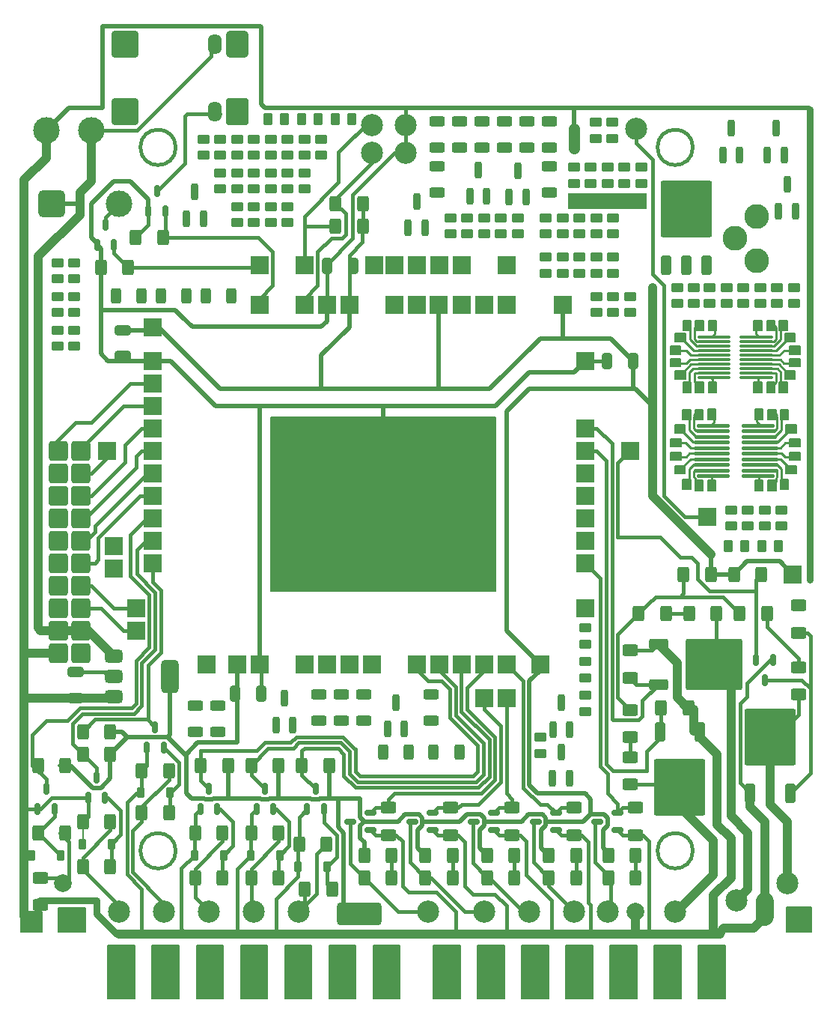
<source format=gbl>
G04 #@! TF.GenerationSoftware,KiCad,Pcbnew,9.0.1*
G04 #@! TF.CreationDate,2025-09-16T21:45:55+03:00*
G04 #@! TF.ProjectId,v1,76312e6b-6963-4616-945f-706362585858,rev?*
G04 #@! TF.SameCoordinates,Original*
G04 #@! TF.FileFunction,Copper,L2,Bot*
G04 #@! TF.FilePolarity,Positive*
%FSLAX46Y46*%
G04 Gerber Fmt 4.6, Leading zero omitted, Abs format (unit mm)*
G04 Created by KiCad (PCBNEW 9.0.1) date 2025-09-16 21:45:55*
%MOMM*%
%LPD*%
G01*
G04 APERTURE LIST*
G04 Aperture macros list*
%AMRoundRect*
0 Rectangle with rounded corners*
0 $1 Rounding radius*
0 $2 $3 $4 $5 $6 $7 $8 $9 X,Y pos of 4 corners*
0 Add a 4 corners polygon primitive as box body*
4,1,4,$2,$3,$4,$5,$6,$7,$8,$9,$2,$3,0*
0 Add four circle primitives for the rounded corners*
1,1,$1+$1,$2,$3*
1,1,$1+$1,$4,$5*
1,1,$1+$1,$6,$7*
1,1,$1+$1,$8,$9*
0 Add four rect primitives between the rounded corners*
20,1,$1+$1,$2,$3,$4,$5,0*
20,1,$1+$1,$4,$5,$6,$7,0*
20,1,$1+$1,$6,$7,$8,$9,0*
20,1,$1+$1,$8,$9,$2,$3,0*%
G04 Aperture macros list end*
G04 #@! TA.AperFunction,NonConductor*
%ADD10C,0.400000*%
G04 #@! TD*
G04 #@! TA.AperFunction,NonConductor*
%ADD11C,0.200000*%
G04 #@! TD*
G04 #@! TA.AperFunction,NonConductor*
%ADD12C,0.300000*%
G04 #@! TD*
G04 #@! TA.AperFunction,Conductor*
%ADD13C,0.200000*%
G04 #@! TD*
G04 #@! TA.AperFunction,NonConductor*
%ADD14C,0.100000*%
G04 #@! TD*
G04 #@! TA.AperFunction,SMDPad,CuDef*
%ADD15RoundRect,0.200000X0.200000X-0.750000X0.200000X0.750000X-0.200000X0.750000X-0.200000X-0.750000X0*%
G04 #@! TD*
G04 #@! TA.AperFunction,SMDPad,CuDef*
%ADD16R,2.000000X2.000000*%
G04 #@! TD*
G04 #@! TA.AperFunction,SMDPad,CuDef*
%ADD17RoundRect,0.250000X0.450000X-0.262500X0.450000X0.262500X-0.450000X0.262500X-0.450000X-0.262500X0*%
G04 #@! TD*
G04 #@! TA.AperFunction,SMDPad,CuDef*
%ADD18RoundRect,0.250000X0.625000X-0.312500X0.625000X0.312500X-0.625000X0.312500X-0.625000X-0.312500X0*%
G04 #@! TD*
G04 #@! TA.AperFunction,ComponentPad*
%ADD19RoundRect,0.323530X0.776470X0.776470X-0.776470X0.776470X-0.776470X-0.776470X0.776470X-0.776470X0*%
G04 #@! TD*
G04 #@! TA.AperFunction,ComponentPad*
%ADD20RoundRect,0.323529X0.776471X0.776471X-0.776471X0.776471X-0.776471X-0.776471X0.776471X-0.776471X0*%
G04 #@! TD*
G04 #@! TA.AperFunction,ComponentPad*
%ADD21RoundRect,0.275000X0.825000X0.825000X-0.825000X0.825000X-0.825000X-0.825000X0.825000X-0.825000X0*%
G04 #@! TD*
G04 #@! TA.AperFunction,SMDPad,CuDef*
%ADD22C,2.500000*%
G04 #@! TD*
G04 #@! TA.AperFunction,ComponentPad*
%ADD23RoundRect,0.250000X1.250000X-1.250000X1.250000X1.250000X-1.250000X1.250000X-1.250000X-1.250000X0*%
G04 #@! TD*
G04 #@! TA.AperFunction,ComponentPad*
%ADD24O,1.600000X2.300000*%
G04 #@! TD*
G04 #@! TA.AperFunction,ComponentPad*
%ADD25RoundRect,0.208333X1.041667X-1.291667X1.041667X1.291667X-1.041667X1.291667X-1.041667X-1.291667X0*%
G04 #@! TD*
G04 #@! TA.AperFunction,ComponentPad*
%ADD26RoundRect,0.390625X0.859375X-1.109375X0.859375X1.109375X-0.859375X1.109375X-0.859375X-1.109375X0*%
G04 #@! TD*
G04 #@! TA.AperFunction,SMDPad,CuDef*
%ADD27RoundRect,0.250000X-0.350000X0.850000X-0.350000X-0.850000X0.350000X-0.850000X0.350000X0.850000X0*%
G04 #@! TD*
G04 #@! TA.AperFunction,SMDPad,CuDef*
%ADD28RoundRect,0.249997X-2.650003X2.950003X-2.650003X-2.950003X2.650003X-2.950003X2.650003X2.950003X0*%
G04 #@! TD*
G04 #@! TA.AperFunction,SMDPad,CuDef*
%ADD29RoundRect,0.250000X-0.850000X-0.350000X0.850000X-0.350000X0.850000X0.350000X-0.850000X0.350000X0*%
G04 #@! TD*
G04 #@! TA.AperFunction,SMDPad,CuDef*
%ADD30RoundRect,0.249997X-2.950003X-2.650003X2.950003X-2.650003X2.950003X2.650003X-2.950003X2.650003X0*%
G04 #@! TD*
G04 #@! TA.AperFunction,SMDPad,CuDef*
%ADD31RoundRect,0.250000X0.350000X-0.850000X0.350000X0.850000X-0.350000X0.850000X-0.350000X-0.850000X0*%
G04 #@! TD*
G04 #@! TA.AperFunction,SMDPad,CuDef*
%ADD32RoundRect,0.249997X2.650003X-2.950003X2.650003X2.950003X-2.650003X2.950003X-2.650003X-2.950003X0*%
G04 #@! TD*
G04 #@! TA.AperFunction,ComponentPad*
%ADD33RoundRect,0.441000X-1.059000X-1.059000X1.059000X-1.059000X1.059000X1.059000X-1.059000X1.059000X0*%
G04 #@! TD*
G04 #@! TA.AperFunction,ComponentPad*
%ADD34C,3.000000*%
G04 #@! TD*
G04 #@! TA.AperFunction,SMDPad,CuDef*
%ADD35RoundRect,0.250000X-0.400000X-0.625000X0.400000X-0.625000X0.400000X0.625000X-0.400000X0.625000X0*%
G04 #@! TD*
G04 #@! TA.AperFunction,SMDPad,CuDef*
%ADD36C,3.000000*%
G04 #@! TD*
G04 #@! TA.AperFunction,SMDPad,CuDef*
%ADD37RoundRect,0.150000X0.512500X0.150000X-0.512500X0.150000X-0.512500X-0.150000X0.512500X-0.150000X0*%
G04 #@! TD*
G04 #@! TA.AperFunction,SMDPad,CuDef*
%ADD38C,2.000000*%
G04 #@! TD*
G04 #@! TA.AperFunction,SMDPad,CuDef*
%ADD39RoundRect,0.250000X-0.650000X0.325000X-0.650000X-0.325000X0.650000X-0.325000X0.650000X0.325000X0*%
G04 #@! TD*
G04 #@! TA.AperFunction,SMDPad,CuDef*
%ADD40RoundRect,0.250000X0.400000X0.625000X-0.400000X0.625000X-0.400000X-0.625000X0.400000X-0.625000X0*%
G04 #@! TD*
G04 #@! TA.AperFunction,SMDPad,CuDef*
%ADD41RoundRect,0.250000X0.625000X-0.400000X0.625000X0.400000X-0.625000X0.400000X-0.625000X-0.400000X0*%
G04 #@! TD*
G04 #@! TA.AperFunction,SMDPad,CuDef*
%ADD42RoundRect,0.250000X0.312500X0.625000X-0.312500X0.625000X-0.312500X-0.625000X0.312500X-0.625000X0*%
G04 #@! TD*
G04 #@! TA.AperFunction,SMDPad,CuDef*
%ADD43RoundRect,0.150000X-0.150000X0.512500X-0.150000X-0.512500X0.150000X-0.512500X0.150000X0.512500X0*%
G04 #@! TD*
G04 #@! TA.AperFunction,SMDPad,CuDef*
%ADD44RoundRect,0.250000X-0.312500X-0.625000X0.312500X-0.625000X0.312500X0.625000X-0.312500X0.625000X0*%
G04 #@! TD*
G04 #@! TA.AperFunction,SMDPad,CuDef*
%ADD45RoundRect,0.225000X0.225000X0.375000X-0.225000X0.375000X-0.225000X-0.375000X0.225000X-0.375000X0*%
G04 #@! TD*
G04 #@! TA.AperFunction,SMDPad,CuDef*
%ADD46RoundRect,0.150000X0.150000X-0.512500X0.150000X0.512500X-0.150000X0.512500X-0.150000X-0.512500X0*%
G04 #@! TD*
G04 #@! TA.AperFunction,SMDPad,CuDef*
%ADD47RoundRect,0.312500X2.187500X0.937500X-2.187500X0.937500X-2.187500X-0.937500X2.187500X-0.937500X0*%
G04 #@! TD*
G04 #@! TA.AperFunction,SMDPad,CuDef*
%ADD48RoundRect,0.250000X-0.625000X0.400000X-0.625000X-0.400000X0.625000X-0.400000X0.625000X0.400000X0*%
G04 #@! TD*
G04 #@! TA.AperFunction,SMDPad,CuDef*
%ADD49RoundRect,0.250000X0.262500X0.450000X-0.262500X0.450000X-0.262500X-0.450000X0.262500X-0.450000X0*%
G04 #@! TD*
G04 #@! TA.AperFunction,SMDPad,CuDef*
%ADD50RoundRect,0.250000X-0.262500X-0.450000X0.262500X-0.450000X0.262500X0.450000X-0.262500X0.450000X0*%
G04 #@! TD*
G04 #@! TA.AperFunction,SMDPad,CuDef*
%ADD51RoundRect,0.375000X-0.625000X-0.375000X0.625000X-0.375000X0.625000X0.375000X-0.625000X0.375000X0*%
G04 #@! TD*
G04 #@! TA.AperFunction,SMDPad,CuDef*
%ADD52RoundRect,0.500000X-0.500000X-1.400000X0.500000X-1.400000X0.500000X1.400000X-0.500000X1.400000X0*%
G04 #@! TD*
G04 #@! TA.AperFunction,SMDPad,CuDef*
%ADD53RoundRect,0.250000X0.325000X0.650000X-0.325000X0.650000X-0.325000X-0.650000X0.325000X-0.650000X0*%
G04 #@! TD*
G04 #@! TA.AperFunction,SMDPad,CuDef*
%ADD54RoundRect,0.250000X-0.325000X-0.650000X0.325000X-0.650000X0.325000X0.650000X-0.325000X0.650000X0*%
G04 #@! TD*
G04 #@! TA.AperFunction,ViaPad*
%ADD55C,1.500000*%
G04 #@! TD*
G04 #@! TA.AperFunction,ViaPad*
%ADD56C,1.600000*%
G04 #@! TD*
G04 #@! TA.AperFunction,ViaPad*
%ADD57C,2.800000*%
G04 #@! TD*
G04 #@! TA.AperFunction,ViaPad*
%ADD58C,0.600000*%
G04 #@! TD*
G04 #@! TA.AperFunction,Conductor*
%ADD59C,0.400000*%
G04 #@! TD*
G04 #@! TA.AperFunction,Conductor*
%ADD60C,0.250000*%
G04 #@! TD*
G04 #@! TA.AperFunction,Conductor*
%ADD61C,0.500000*%
G04 #@! TD*
G04 #@! TA.AperFunction,Conductor*
%ADD62C,1.300000*%
G04 #@! TD*
G04 #@! TA.AperFunction,Conductor*
%ADD63C,0.800000*%
G04 #@! TD*
G04 #@! TA.AperFunction,Conductor*
%ADD64C,1.000000*%
G04 #@! TD*
G04 #@! TA.AperFunction,Conductor*
%ADD65C,2.000000*%
G04 #@! TD*
G04 APERTURE END LIST*
D10*
X174909000Y-86677500D02*
X171196000Y-86677500D01*
D11*
X173545500Y-81661000D02*
X172656500Y-81661000D01*
X172656500Y-82804000D01*
X173545500Y-82804000D01*
X173545500Y-81661000D01*
G04 #@! TA.AperFunction,NonConductor*
G36*
X173545500Y-81661000D02*
G01*
X172656500Y-81661000D01*
X172656500Y-82804000D01*
X173545500Y-82804000D01*
X173545500Y-81661000D01*
G37*
G04 #@! TD.AperFunction*
X169608500Y-85026500D02*
X168465500Y-85026500D01*
X168465500Y-85915500D01*
X169608500Y-85915500D01*
X169608500Y-85026500D01*
G04 #@! TA.AperFunction,NonConductor*
G36*
X169608500Y-85026500D02*
G01*
X168465500Y-85026500D01*
X168465500Y-85915500D01*
X169608500Y-85915500D01*
X169608500Y-85026500D01*
G37*
G04 #@! TD.AperFunction*
D10*
X174909000Y-83502500D02*
X171577000Y-83502500D01*
X174909000Y-85407500D02*
X171196000Y-85407500D01*
X174909000Y-84137500D02*
X171450000Y-84137500D01*
X174909000Y-88582500D02*
X171196000Y-88582500D01*
X174909000Y-84772500D02*
X171323000Y-84772500D01*
D11*
X170688000Y-81724500D02*
X169799000Y-81724500D01*
X169799000Y-82867500D01*
X170688000Y-82867500D01*
X170688000Y-81724500D01*
G04 #@! TA.AperFunction,NonConductor*
G36*
X170688000Y-81724500D02*
G01*
X169799000Y-81724500D01*
X169799000Y-82867500D01*
X170688000Y-82867500D01*
X170688000Y-81724500D01*
G37*
G04 #@! TD.AperFunction*
D10*
X174909000Y-89217500D02*
X171577000Y-89217500D01*
X174909000Y-86042500D02*
X171196000Y-86042500D01*
D11*
X169608500Y-86550500D02*
X168465500Y-86550500D01*
X168465500Y-87439500D01*
X169608500Y-87439500D01*
X169608500Y-86550500D01*
G04 #@! TA.AperFunction,NonConductor*
G36*
X169608500Y-86550500D02*
G01*
X168465500Y-86550500D01*
X168465500Y-87439500D01*
X169608500Y-87439500D01*
X169608500Y-86550500D01*
G37*
G04 #@! TD.AperFunction*
X172085000Y-81724500D02*
X171196000Y-81724500D01*
X171196000Y-82867500D01*
X172085000Y-82867500D01*
X172085000Y-81724500D01*
G04 #@! TA.AperFunction,NonConductor*
G36*
X172085000Y-81724500D02*
G01*
X171196000Y-81724500D01*
X171196000Y-82867500D01*
X172085000Y-82867500D01*
X172085000Y-81724500D01*
G37*
G04 #@! TD.AperFunction*
D10*
X174909000Y-87947500D02*
X171196000Y-87947500D01*
D11*
X170688000Y-89598500D02*
X169799000Y-89598500D01*
X169799000Y-90741500D01*
X170688000Y-90741500D01*
X170688000Y-89598500D01*
G04 #@! TA.AperFunction,NonConductor*
G36*
X170688000Y-89598500D02*
G01*
X169799000Y-89598500D01*
X169799000Y-90741500D01*
X170688000Y-90741500D01*
X170688000Y-89598500D01*
G37*
G04 #@! TD.AperFunction*
X170053000Y-83439000D02*
X168910000Y-83439000D01*
X168910000Y-84328000D01*
X170053000Y-84328000D01*
X170053000Y-83439000D01*
G04 #@! TA.AperFunction,NonConductor*
G36*
X170053000Y-83439000D02*
G01*
X168910000Y-83439000D01*
X168910000Y-84328000D01*
X170053000Y-84328000D01*
X170053000Y-83439000D01*
G37*
G04 #@! TD.AperFunction*
D10*
X174909000Y-87312500D02*
X171196000Y-87312500D01*
D11*
X172085000Y-89725500D02*
X171196000Y-89725500D01*
X171196000Y-90868500D01*
X172085000Y-90868500D01*
X172085000Y-89725500D01*
G04 #@! TA.AperFunction,NonConductor*
G36*
X172085000Y-89725500D02*
G01*
X171196000Y-89725500D01*
X171196000Y-90868500D01*
X172085000Y-90868500D01*
X172085000Y-89725500D01*
G37*
G04 #@! TD.AperFunction*
X173545500Y-89725500D02*
X172656500Y-89725500D01*
X172656500Y-90868500D01*
X173545500Y-90868500D01*
X173545500Y-89725500D01*
G04 #@! TA.AperFunction,NonConductor*
G36*
X173545500Y-89725500D02*
G01*
X172656500Y-89725500D01*
X172656500Y-90868500D01*
X173545500Y-90868500D01*
X173545500Y-89725500D01*
G37*
G04 #@! TD.AperFunction*
X170053000Y-88074500D02*
X168910000Y-88074500D01*
X168910000Y-88963500D01*
X170053000Y-88963500D01*
X170053000Y-88074500D01*
G04 #@! TA.AperFunction,NonConductor*
G36*
X170053000Y-88074500D02*
G01*
X168910000Y-88074500D01*
X168910000Y-88963500D01*
X170053000Y-88963500D01*
X170053000Y-88074500D01*
G37*
G04 #@! TD.AperFunction*
D12*
X175078150Y-74066400D02*
X171631850Y-74066400D01*
X175078150Y-77622400D02*
X171631850Y-77622400D01*
X175078150Y-75590400D02*
X171631850Y-75590400D01*
D11*
X173600350Y-71653400D02*
X172711350Y-71653400D01*
X172711350Y-72796400D01*
X173600350Y-72796400D01*
X173600350Y-71653400D01*
G04 #@! TA.AperFunction,NonConductor*
G36*
X173600350Y-71653400D02*
G01*
X172711350Y-71653400D01*
X172711350Y-72796400D01*
X173600350Y-72796400D01*
X173600350Y-71653400D01*
G37*
G04 #@! TD.AperFunction*
D12*
X175078150Y-74574400D02*
X171631850Y-74574400D01*
D11*
X170107850Y-77368400D02*
X168964850Y-77368400D01*
X168964850Y-78257400D01*
X170107850Y-78257400D01*
X170107850Y-77368400D01*
G04 #@! TA.AperFunction,NonConductor*
G36*
X170107850Y-77368400D02*
G01*
X168964850Y-77368400D01*
X168964850Y-78257400D01*
X170107850Y-78257400D01*
X170107850Y-77368400D01*
G37*
G04 #@! TD.AperFunction*
D12*
X175078150Y-76606400D02*
X171631850Y-76606400D01*
D11*
X172139850Y-78638400D02*
X171250850Y-78638400D01*
X171250850Y-79781400D01*
X172139850Y-79781400D01*
X172139850Y-78638400D01*
G04 #@! TA.AperFunction,NonConductor*
G36*
X172139850Y-78638400D02*
G01*
X171250850Y-78638400D01*
X171250850Y-79781400D01*
X172139850Y-79781400D01*
X172139850Y-78638400D01*
G37*
G04 #@! TD.AperFunction*
D12*
X175078150Y-76098400D02*
X171631850Y-76098400D01*
X175078150Y-73558400D02*
X171631850Y-73558400D01*
D11*
X169536350Y-74574400D02*
X168393350Y-74574400D01*
X168393350Y-75463400D01*
X169536350Y-75463400D01*
X169536350Y-74574400D01*
G04 #@! TA.AperFunction,NonConductor*
G36*
X169536350Y-74574400D02*
G01*
X168393350Y-74574400D01*
X168393350Y-75463400D01*
X169536350Y-75463400D01*
X169536350Y-74574400D01*
G37*
G04 #@! TD.AperFunction*
D12*
X175078150Y-78130400D02*
X171631850Y-78130400D01*
D11*
X170742850Y-78638400D02*
X169853850Y-78638400D01*
X169853850Y-79781400D01*
X170742850Y-79781400D01*
X170742850Y-78638400D01*
G04 #@! TA.AperFunction,NonConductor*
G36*
X170742850Y-78638400D02*
G01*
X169853850Y-78638400D01*
X169853850Y-79781400D01*
X170742850Y-79781400D01*
X170742850Y-78638400D01*
G37*
G04 #@! TD.AperFunction*
X169536350Y-75971400D02*
X168393350Y-75971400D01*
X168393350Y-76860400D01*
X169536350Y-76860400D01*
X169536350Y-75971400D01*
G04 #@! TA.AperFunction,NonConductor*
G36*
X169536350Y-75971400D02*
G01*
X168393350Y-75971400D01*
X168393350Y-76860400D01*
X169536350Y-76860400D01*
X169536350Y-75971400D01*
G37*
G04 #@! TD.AperFunction*
X170107850Y-73113900D02*
X168964850Y-73113900D01*
X168964850Y-74002900D01*
X170107850Y-74002900D01*
X170107850Y-73113900D01*
G04 #@! TA.AperFunction,NonConductor*
G36*
X170107850Y-73113900D02*
G01*
X168964850Y-73113900D01*
X168964850Y-74002900D01*
X170107850Y-74002900D01*
X170107850Y-73113900D01*
G37*
G04 #@! TD.AperFunction*
D12*
X175078150Y-77114400D02*
X171631850Y-77114400D01*
D11*
X172139850Y-71653400D02*
X171250850Y-71653400D01*
X171250850Y-72796400D01*
X172139850Y-72796400D01*
X172139850Y-71653400D01*
G04 #@! TA.AperFunction,NonConductor*
G36*
X172139850Y-71653400D02*
G01*
X171250850Y-71653400D01*
X171250850Y-72796400D01*
X172139850Y-72796400D01*
X172139850Y-71653400D01*
G37*
G04 #@! TD.AperFunction*
X173600350Y-78638400D02*
X172711350Y-78638400D01*
X172711350Y-79781400D01*
X173600350Y-79781400D01*
X173600350Y-78638400D01*
G04 #@! TA.AperFunction,NonConductor*
G36*
X173600350Y-78638400D02*
G01*
X172711350Y-78638400D01*
X172711350Y-79781400D01*
X173600350Y-79781400D01*
X173600350Y-78638400D01*
G37*
G04 #@! TD.AperFunction*
X170742850Y-71653400D02*
X169853850Y-71653400D01*
X169853850Y-72796400D01*
X170742850Y-72796400D01*
X170742850Y-71653400D01*
G04 #@! TA.AperFunction,NonConductor*
G36*
X170742850Y-71653400D02*
G01*
X169853850Y-71653400D01*
X169853850Y-72796400D01*
X170742850Y-72796400D01*
X170742850Y-71653400D01*
G37*
G04 #@! TD.AperFunction*
D12*
X175078150Y-75082400D02*
X171631850Y-75082400D01*
X176385700Y-73545700D02*
X179832000Y-73545700D01*
X176385700Y-75069700D02*
X179832000Y-75069700D01*
D11*
X180721000Y-71640700D02*
X181610000Y-71640700D01*
X181610000Y-72783700D01*
X180721000Y-72783700D01*
X180721000Y-71640700D01*
G04 #@! TA.AperFunction,NonConductor*
G36*
X180721000Y-71640700D02*
G01*
X181610000Y-71640700D01*
X181610000Y-72783700D01*
X180721000Y-72783700D01*
X180721000Y-71640700D01*
G37*
G04 #@! TD.AperFunction*
X177863500Y-78625700D02*
X178752500Y-78625700D01*
X178752500Y-79768700D01*
X177863500Y-79768700D01*
X177863500Y-78625700D01*
G04 #@! TA.AperFunction,NonConductor*
G36*
X177863500Y-78625700D02*
G01*
X178752500Y-78625700D01*
X178752500Y-79768700D01*
X177863500Y-79768700D01*
X177863500Y-78625700D01*
G37*
G04 #@! TD.AperFunction*
X179324000Y-71640700D02*
X180213000Y-71640700D01*
X180213000Y-72783700D01*
X179324000Y-72783700D01*
X179324000Y-71640700D01*
G04 #@! TA.AperFunction,NonConductor*
G36*
X179324000Y-71640700D02*
G01*
X180213000Y-71640700D01*
X180213000Y-72783700D01*
X179324000Y-72783700D01*
X179324000Y-71640700D01*
G37*
G04 #@! TD.AperFunction*
D12*
X176385700Y-77101700D02*
X179832000Y-77101700D01*
D11*
X181356000Y-73101200D02*
X182499000Y-73101200D01*
X182499000Y-73990200D01*
X181356000Y-73990200D01*
X181356000Y-73101200D01*
G04 #@! TA.AperFunction,NonConductor*
G36*
X181356000Y-73101200D02*
G01*
X182499000Y-73101200D01*
X182499000Y-73990200D01*
X181356000Y-73990200D01*
X181356000Y-73101200D01*
G37*
G04 #@! TD.AperFunction*
X181927500Y-75958700D02*
X183070500Y-75958700D01*
X183070500Y-76847700D01*
X181927500Y-76847700D01*
X181927500Y-75958700D01*
G04 #@! TA.AperFunction,NonConductor*
G36*
X181927500Y-75958700D02*
G01*
X183070500Y-75958700D01*
X183070500Y-76847700D01*
X181927500Y-76847700D01*
X181927500Y-75958700D01*
G37*
G04 #@! TD.AperFunction*
X180721000Y-78625700D02*
X181610000Y-78625700D01*
X181610000Y-79768700D01*
X180721000Y-79768700D01*
X180721000Y-78625700D01*
G04 #@! TA.AperFunction,NonConductor*
G36*
X180721000Y-78625700D02*
G01*
X181610000Y-78625700D01*
X181610000Y-79768700D01*
X180721000Y-79768700D01*
X180721000Y-78625700D01*
G37*
G04 #@! TD.AperFunction*
D12*
X176385700Y-78117700D02*
X179832000Y-78117700D01*
D11*
X181927500Y-74561700D02*
X183070500Y-74561700D01*
X183070500Y-75450700D01*
X181927500Y-75450700D01*
X181927500Y-74561700D01*
G04 #@! TA.AperFunction,NonConductor*
G36*
X181927500Y-74561700D02*
G01*
X183070500Y-74561700D01*
X183070500Y-75450700D01*
X181927500Y-75450700D01*
X181927500Y-74561700D01*
G37*
G04 #@! TD.AperFunction*
D12*
X176385700Y-76085700D02*
X179832000Y-76085700D01*
D11*
X179324000Y-78625700D02*
X180213000Y-78625700D01*
X180213000Y-79768700D01*
X179324000Y-79768700D01*
X179324000Y-78625700D01*
G04 #@! TA.AperFunction,NonConductor*
G36*
X179324000Y-78625700D02*
G01*
X180213000Y-78625700D01*
X180213000Y-79768700D01*
X179324000Y-79768700D01*
X179324000Y-78625700D01*
G37*
G04 #@! TD.AperFunction*
D12*
X176385700Y-76593700D02*
X179832000Y-76593700D01*
D11*
X181356000Y-77355700D02*
X182499000Y-77355700D01*
X182499000Y-78244700D01*
X181356000Y-78244700D01*
X181356000Y-77355700D01*
G04 #@! TA.AperFunction,NonConductor*
G36*
X181356000Y-77355700D02*
G01*
X182499000Y-77355700D01*
X182499000Y-78244700D01*
X181356000Y-78244700D01*
X181356000Y-77355700D01*
G37*
G04 #@! TD.AperFunction*
D12*
X176385700Y-74561700D02*
X179832000Y-74561700D01*
D11*
X177863500Y-71640700D02*
X178752500Y-71640700D01*
X178752500Y-72783700D01*
X177863500Y-72783700D01*
X177863500Y-71640700D01*
G04 #@! TA.AperFunction,NonConductor*
G36*
X177863500Y-71640700D02*
G01*
X178752500Y-71640700D01*
X178752500Y-72783700D01*
X177863500Y-72783700D01*
X177863500Y-71640700D01*
G37*
G04 #@! TD.AperFunction*
D12*
X176385700Y-75577700D02*
X179832000Y-75577700D01*
X176385700Y-77609700D02*
X179832000Y-77609700D01*
X176385700Y-74053700D02*
X179832000Y-74053700D01*
D11*
X180848000Y-81724500D02*
X181737000Y-81724500D01*
X181737000Y-82867500D01*
X180848000Y-82867500D01*
X180848000Y-81724500D01*
G04 #@! TA.AperFunction,NonConductor*
G36*
X180848000Y-81724500D02*
G01*
X181737000Y-81724500D01*
X181737000Y-82867500D01*
X180848000Y-82867500D01*
X180848000Y-81724500D01*
G37*
G04 #@! TD.AperFunction*
X151600000Y-142300000D02*
X154600000Y-142300000D01*
X154600000Y-148300000D01*
X151600000Y-148300000D01*
X151600000Y-142300000D01*
G04 #@! TA.AperFunction,NonConductor*
G36*
X151600000Y-142300000D02*
G01*
X154600000Y-142300000D01*
X154600000Y-148300000D01*
X151600000Y-148300000D01*
X151600000Y-142300000D01*
G37*
G04 #@! TD.AperFunction*
X146600000Y-142300000D02*
X149600000Y-142300000D01*
X149600000Y-148300000D01*
X146600000Y-148300000D01*
X146600000Y-142300000D01*
G04 #@! TA.AperFunction,NonConductor*
G36*
X146600000Y-142300000D02*
G01*
X149600000Y-142300000D01*
X149600000Y-148300000D01*
X146600000Y-148300000D01*
X146600000Y-142300000D01*
G37*
G04 #@! TD.AperFunction*
X177990500Y-81661000D02*
X178879500Y-81661000D01*
X178879500Y-82804000D01*
X177990500Y-82804000D01*
X177990500Y-81661000D01*
G04 #@! TA.AperFunction,NonConductor*
G36*
X177990500Y-81661000D02*
G01*
X178879500Y-81661000D01*
X178879500Y-82804000D01*
X177990500Y-82804000D01*
X177990500Y-81661000D01*
G37*
G04 #@! TD.AperFunction*
D10*
X176627000Y-84772500D02*
X180213000Y-84772500D01*
D11*
X156600000Y-142300000D02*
X159600000Y-142300000D01*
X159600000Y-148300000D01*
X156600000Y-148300000D01*
X156600000Y-142300000D01*
G04 #@! TA.AperFunction,NonConductor*
G36*
X156600000Y-142300000D02*
G01*
X159600000Y-142300000D01*
X159600000Y-148300000D01*
X156600000Y-148300000D01*
X156600000Y-142300000D01*
G37*
G04 #@! TD.AperFunction*
X129800000Y-142300000D02*
X132800000Y-142300000D01*
X132800000Y-148300000D01*
X129800000Y-148300000D01*
X129800000Y-142300000D01*
G04 #@! TA.AperFunction,NonConductor*
G36*
X129800000Y-142300000D02*
G01*
X132800000Y-142300000D01*
X132800000Y-148300000D01*
X129800000Y-148300000D01*
X129800000Y-142300000D01*
G37*
G04 #@! TD.AperFunction*
D10*
X176627000Y-86042500D02*
X180340000Y-86042500D01*
D11*
X179451000Y-81724500D02*
X180340000Y-81724500D01*
X180340000Y-82867500D01*
X179451000Y-82867500D01*
X179451000Y-81724500D01*
G04 #@! TA.AperFunction,NonConductor*
G36*
X179451000Y-81724500D02*
G01*
X180340000Y-81724500D01*
X180340000Y-82867500D01*
X179451000Y-82867500D01*
X179451000Y-81724500D01*
G37*
G04 #@! TD.AperFunction*
X181583200Y-137971400D02*
X184329200Y-137971400D01*
X184329200Y-140768200D01*
X181583200Y-140768200D01*
X181583200Y-137971400D01*
G04 #@! TA.AperFunction,NonConductor*
G36*
X181583200Y-137971400D02*
G01*
X184329200Y-137971400D01*
X184329200Y-140768200D01*
X181583200Y-140768200D01*
X181583200Y-137971400D01*
G37*
G04 #@! TD.AperFunction*
X181927500Y-85026500D02*
X183070500Y-85026500D01*
X183070500Y-85915500D01*
X181927500Y-85915500D01*
X181927500Y-85026500D01*
G04 #@! TA.AperFunction,NonConductor*
G36*
X181927500Y-85026500D02*
G01*
X183070500Y-85026500D01*
X183070500Y-85915500D01*
X181927500Y-85915500D01*
X181927500Y-85026500D01*
G37*
G04 #@! TD.AperFunction*
D10*
X176627000Y-83502500D02*
X179959000Y-83502500D01*
X176627000Y-89217500D02*
X179959000Y-89217500D01*
D11*
X109800000Y-142300000D02*
X112800000Y-142300000D01*
X112800000Y-148300000D01*
X109800000Y-148300000D01*
X109800000Y-142300000D01*
G04 #@! TA.AperFunction,NonConductor*
G36*
X109800000Y-142300000D02*
G01*
X112800000Y-142300000D01*
X112800000Y-148300000D01*
X109800000Y-148300000D01*
X109800000Y-142300000D01*
G37*
G04 #@! TD.AperFunction*
D10*
X176627000Y-85407500D02*
X180340000Y-85407500D01*
D11*
X134800000Y-142300000D02*
X137800000Y-142300000D01*
X137800000Y-148300000D01*
X134800000Y-148300000D01*
X134800000Y-142300000D01*
G04 #@! TA.AperFunction,NonConductor*
G36*
X134800000Y-142300000D02*
G01*
X137800000Y-142300000D01*
X137800000Y-148300000D01*
X134800000Y-148300000D01*
X134800000Y-142300000D01*
G37*
G04 #@! TD.AperFunction*
X99200000Y-138022200D02*
X102200000Y-138022200D01*
X102200000Y-140768200D01*
X99200000Y-140768200D01*
X99200000Y-138022200D01*
G04 #@! TA.AperFunction,NonConductor*
G36*
X99200000Y-138022200D02*
G01*
X102200000Y-138022200D01*
X102200000Y-140768200D01*
X99200000Y-140768200D01*
X99200000Y-138022200D01*
G37*
G04 #@! TD.AperFunction*
X141600000Y-142300000D02*
X144600000Y-142300000D01*
X144600000Y-148300000D01*
X141600000Y-148300000D01*
X141600000Y-142300000D01*
G04 #@! TA.AperFunction,NonConductor*
G36*
X141600000Y-142300000D02*
G01*
X144600000Y-142300000D01*
X144600000Y-148300000D01*
X141600000Y-148300000D01*
X141600000Y-142300000D01*
G37*
G04 #@! TD.AperFunction*
X181927500Y-86550500D02*
X183070500Y-86550500D01*
X183070500Y-87439500D01*
X181927500Y-87439500D01*
X181927500Y-86550500D01*
G04 #@! TA.AperFunction,NonConductor*
G36*
X181927500Y-86550500D02*
G01*
X183070500Y-86550500D01*
X183070500Y-87439500D01*
X181927500Y-87439500D01*
X181927500Y-86550500D01*
G37*
G04 #@! TD.AperFunction*
D10*
X176627000Y-87947500D02*
X180340000Y-87947500D01*
X112450000Y-131580000D02*
G75*
G02*
X108450000Y-131580000I-2000000J0D01*
G01*
X108450000Y-131580000D02*
G75*
G02*
X112450000Y-131580000I2000000J0D01*
G01*
X176627000Y-88582500D02*
X180340000Y-88582500D01*
D13*
X123190000Y-82550000D02*
X148590000Y-82550000D01*
X148590000Y-102235000D01*
X123190000Y-102235000D01*
X123190000Y-82550000D01*
G04 #@! TA.AperFunction,Conductor*
G36*
X123190000Y-82550000D02*
G01*
X148590000Y-82550000D01*
X148590000Y-102235000D01*
X123190000Y-102235000D01*
X123190000Y-82550000D01*
G37*
G04 #@! TD.AperFunction*
D10*
X176627000Y-84137500D02*
X180086000Y-84137500D01*
X112450000Y-52070000D02*
G75*
G02*
X108450000Y-52070000I-2000000J0D01*
G01*
X108450000Y-52070000D02*
G75*
G02*
X112450000Y-52070000I2000000J0D01*
G01*
D11*
X161600000Y-142300000D02*
X164600000Y-142300000D01*
X164600000Y-148300000D01*
X161600000Y-148300000D01*
X161600000Y-142300000D01*
G04 #@! TA.AperFunction,NonConductor*
G36*
X161600000Y-142300000D02*
G01*
X164600000Y-142300000D01*
X164600000Y-148300000D01*
X161600000Y-148300000D01*
X161600000Y-142300000D01*
G37*
G04 #@! TD.AperFunction*
D10*
X170950000Y-131572000D02*
G75*
G02*
X166950000Y-131572000I-2000000J0D01*
G01*
X166950000Y-131572000D02*
G75*
G02*
X170950000Y-131572000I2000000J0D01*
G01*
X170950000Y-52070000D02*
G75*
G02*
X166950000Y-52070000I-2000000J0D01*
G01*
X166950000Y-52070000D02*
G75*
G02*
X170950000Y-52070000I2000000J0D01*
G01*
D14*
X156845000Y-57277000D02*
X165608000Y-57277000D01*
X165608000Y-58928000D01*
X156845000Y-58928000D01*
X156845000Y-57277000D01*
G04 #@! TA.AperFunction,NonConductor*
G36*
X156845000Y-57277000D02*
G01*
X165608000Y-57277000D01*
X165608000Y-58928000D01*
X156845000Y-58928000D01*
X156845000Y-57277000D01*
G37*
G04 #@! TD.AperFunction*
D11*
X166600000Y-142300000D02*
X169600000Y-142300000D01*
X169600000Y-148300000D01*
X166600000Y-148300000D01*
X166600000Y-142300000D01*
G04 #@! TA.AperFunction,NonConductor*
G36*
X166600000Y-142300000D02*
G01*
X169600000Y-142300000D01*
X169600000Y-148300000D01*
X166600000Y-148300000D01*
X166600000Y-142300000D01*
G37*
G04 #@! TD.AperFunction*
X171600000Y-142300000D02*
X174600000Y-142300000D01*
X174600000Y-148300000D01*
X171600000Y-148300000D01*
X171600000Y-142300000D01*
G04 #@! TA.AperFunction,NonConductor*
G36*
X171600000Y-142300000D02*
G01*
X174600000Y-142300000D01*
X174600000Y-148300000D01*
X171600000Y-148300000D01*
X171600000Y-142300000D01*
G37*
G04 #@! TD.AperFunction*
D10*
X176627000Y-87312500D02*
X180340000Y-87312500D01*
D11*
X119800000Y-142300000D02*
X122800000Y-142300000D01*
X122800000Y-148300000D01*
X119800000Y-148300000D01*
X119800000Y-142300000D01*
G04 #@! TA.AperFunction,NonConductor*
G36*
X119800000Y-142300000D02*
G01*
X122800000Y-142300000D01*
X122800000Y-148300000D01*
X119800000Y-148300000D01*
X119800000Y-142300000D01*
G37*
G04 #@! TD.AperFunction*
X180848000Y-89598500D02*
X181737000Y-89598500D01*
X181737000Y-90741500D01*
X180848000Y-90741500D01*
X180848000Y-89598500D01*
G04 #@! TA.AperFunction,NonConductor*
G36*
X180848000Y-89598500D02*
G01*
X181737000Y-89598500D01*
X181737000Y-90741500D01*
X180848000Y-90741500D01*
X180848000Y-89598500D01*
G37*
G04 #@! TD.AperFunction*
X179451000Y-89725500D02*
X180340000Y-89725500D01*
X180340000Y-90868500D01*
X179451000Y-90868500D01*
X179451000Y-89725500D01*
G04 #@! TA.AperFunction,NonConductor*
G36*
X179451000Y-89725500D02*
G01*
X180340000Y-89725500D01*
X180340000Y-90868500D01*
X179451000Y-90868500D01*
X179451000Y-89725500D01*
G37*
G04 #@! TD.AperFunction*
X177990500Y-89725500D02*
X178879500Y-89725500D01*
X178879500Y-90868500D01*
X177990500Y-90868500D01*
X177990500Y-89725500D01*
G04 #@! TA.AperFunction,NonConductor*
G36*
X177990500Y-89725500D02*
G01*
X178879500Y-89725500D01*
X178879500Y-90868500D01*
X177990500Y-90868500D01*
X177990500Y-89725500D01*
G37*
G04 #@! TD.AperFunction*
X124800000Y-142300000D02*
X127800000Y-142300000D01*
X127800000Y-148300000D01*
X124800000Y-148300000D01*
X124800000Y-142300000D01*
G04 #@! TA.AperFunction,NonConductor*
G36*
X124800000Y-142300000D02*
G01*
X127800000Y-142300000D01*
X127800000Y-148300000D01*
X124800000Y-148300000D01*
X124800000Y-142300000D01*
G37*
G04 #@! TD.AperFunction*
X181483000Y-83439000D02*
X182626000Y-83439000D01*
X182626000Y-84328000D01*
X181483000Y-84328000D01*
X181483000Y-83439000D01*
G04 #@! TA.AperFunction,NonConductor*
G36*
X181483000Y-83439000D02*
G01*
X182626000Y-83439000D01*
X182626000Y-84328000D01*
X181483000Y-84328000D01*
X181483000Y-83439000D01*
G37*
G04 #@! TD.AperFunction*
X181483000Y-88074500D02*
X182626000Y-88074500D01*
X182626000Y-88963500D01*
X181483000Y-88963500D01*
X181483000Y-88074500D01*
G04 #@! TA.AperFunction,NonConductor*
G36*
X181483000Y-88074500D02*
G01*
X182626000Y-88074500D01*
X182626000Y-88963500D01*
X181483000Y-88963500D01*
X181483000Y-88074500D01*
G37*
G04 #@! TD.AperFunction*
X104800000Y-142300000D02*
X107800000Y-142300000D01*
X107800000Y-148300000D01*
X104800000Y-148300000D01*
X104800000Y-142300000D01*
G04 #@! TA.AperFunction,NonConductor*
G36*
X104800000Y-142300000D02*
G01*
X107800000Y-142300000D01*
X107800000Y-148300000D01*
X104800000Y-148300000D01*
X104800000Y-142300000D01*
G37*
G04 #@! TD.AperFunction*
D10*
X176627000Y-86677500D02*
X180340000Y-86677500D01*
D11*
X114800000Y-142300000D02*
X117800000Y-142300000D01*
X117800000Y-148300000D01*
X114800000Y-148300000D01*
X114800000Y-142300000D01*
G04 #@! TA.AperFunction,NonConductor*
G36*
X114800000Y-142300000D02*
G01*
X117800000Y-142300000D01*
X117800000Y-148300000D01*
X114800000Y-148300000D01*
X114800000Y-142300000D01*
G37*
G04 #@! TD.AperFunction*
D13*
X94919800Y-138430000D02*
X97307400Y-138430000D01*
X97307400Y-140766800D01*
X94919800Y-140766800D01*
X94919800Y-138430000D01*
G04 #@! TA.AperFunction,Conductor*
G36*
X94919800Y-138430000D02*
G01*
X97307400Y-138430000D01*
X97307400Y-140766800D01*
X94919800Y-140766800D01*
X94919800Y-138430000D01*
G37*
G04 #@! TD.AperFunction*
D15*
X114619300Y-57123200D03*
X113669300Y-60123200D03*
X115569300Y-60123200D03*
D16*
X172618400Y-93865700D03*
D15*
X156032200Y-120420000D03*
X155082200Y-123420000D03*
X156982200Y-123420000D03*
D17*
X158750000Y-115847500D03*
X158750000Y-114022500D03*
X158750000Y-108227500D03*
X158750000Y-106402500D03*
D18*
X117221750Y-118110000D03*
X117221750Y-115185000D03*
D17*
X153676074Y-120565358D03*
X153676074Y-118740358D03*
X158750000Y-112037500D03*
X158750000Y-110212500D03*
D15*
X125701750Y-117340878D03*
X123801750Y-117340878D03*
X124751750Y-114340878D03*
X138295000Y-117825000D03*
X136395000Y-117825000D03*
X137345000Y-114825000D03*
X157033000Y-117857400D03*
X155133000Y-117857400D03*
X156083000Y-114857400D03*
X152080000Y-57697500D03*
X150180000Y-57697500D03*
X151130000Y-54697500D03*
X147635000Y-57634000D03*
X145735000Y-57634000D03*
X146685000Y-54634000D03*
D19*
X101717500Y-109220000D03*
D20*
X99177500Y-109220000D03*
X101717500Y-106680000D03*
D21*
X99177500Y-106680000D03*
D20*
X101717500Y-104140000D03*
X99177500Y-104140000D03*
X101717500Y-101600000D03*
X99177500Y-101600000D03*
X101717500Y-99060000D03*
X99177500Y-99060000D03*
X101717500Y-96520000D03*
X99177500Y-96520000D03*
X101717500Y-93980000D03*
X99177500Y-93980000D03*
D21*
X101717500Y-91440000D03*
X99177500Y-91440000D03*
D20*
X101717500Y-88900000D03*
X99177500Y-88900000D03*
X101717500Y-86360000D03*
X99177500Y-86360000D03*
D22*
X164541200Y-49961800D03*
D23*
X106680000Y-48049337D03*
D24*
X116840000Y-48049337D03*
D25*
X119380000Y-48049337D03*
D26*
X119380000Y-40429337D03*
D24*
X116840000Y-40429337D03*
D23*
X106680000Y-40429337D03*
D27*
X167210500Y-118101000D03*
D28*
X169490500Y-124401000D03*
D27*
X171770500Y-118101000D03*
D29*
X167045000Y-112770000D03*
D30*
X173345000Y-110490000D03*
D29*
X167045000Y-108210000D03*
D31*
X181985000Y-125055000D03*
D32*
X179705000Y-118755000D03*
D31*
X177425000Y-125055000D03*
D16*
X107950000Y-106680000D03*
D33*
X98435000Y-58420000D03*
D34*
X106035000Y-58420000D03*
D17*
X127000000Y-54967500D03*
X125095000Y-54967500D03*
X127000000Y-56792500D03*
X125095000Y-56792500D03*
D35*
X96875000Y-121920000D03*
X99975000Y-121920000D03*
D17*
X149225000Y-61872500D03*
X149225000Y-60047500D03*
D16*
X121920305Y-69850176D03*
D18*
X131191750Y-116840000D03*
X131191750Y-113915000D03*
D22*
X168910000Y-138430000D03*
D17*
X156210000Y-61872500D03*
X156210000Y-60047500D03*
D36*
X97790000Y-50165000D03*
D22*
X134620000Y-52705000D03*
D18*
X141351750Y-116840000D03*
X141351750Y-113915000D03*
D22*
X111125000Y-138430000D03*
D18*
X154686750Y-52070000D03*
X154686750Y-49145000D03*
D37*
X141472500Y-127320000D03*
X141472500Y-129220000D03*
X139197500Y-128270000D03*
D38*
X164465000Y-138430000D03*
D17*
X178562000Y-69723000D03*
X178562000Y-67898000D03*
D18*
X114681750Y-118110000D03*
X114681750Y-115185000D03*
D38*
X99695000Y-135255000D03*
D16*
X105410000Y-99695000D03*
D22*
X140970000Y-138430000D03*
D39*
X106465000Y-72725000D03*
X106465000Y-75675000D03*
D17*
X163830000Y-70762500D03*
X163830000Y-68937500D03*
D40*
X133630000Y-58420000D03*
X130530000Y-58420000D03*
D22*
X157480000Y-138430000D03*
D16*
X137160000Y-65405000D03*
D37*
X134487500Y-127320000D03*
X134487500Y-129220000D03*
X132212500Y-128270000D03*
D15*
X176234000Y-52935000D03*
X174334000Y-52935000D03*
X175284000Y-49935000D03*
D17*
X179070000Y-94892500D03*
X179070000Y-93067500D03*
X163195000Y-56157500D03*
X163195000Y-54332500D03*
D16*
X129540000Y-69850000D03*
D18*
X133731750Y-116840000D03*
X133731750Y-113915000D03*
D41*
X150495000Y-129820000D03*
X150495000Y-126720000D03*
D17*
X154305000Y-66317500D03*
X154305000Y-64492500D03*
D15*
X140650000Y-61190000D03*
X138750000Y-61190000D03*
X139700000Y-58190000D03*
D41*
X143510000Y-129820000D03*
X143510000Y-126720000D03*
D17*
X161925000Y-61872500D03*
X161925000Y-60047500D03*
D39*
X101110000Y-111380000D03*
X101110000Y-114330000D03*
D35*
X115290000Y-121920000D03*
X118390000Y-121920000D03*
D42*
X108585000Y-68833250D03*
X105660000Y-68833250D03*
D43*
X178120000Y-109987500D03*
X180020000Y-109987500D03*
X179070000Y-112262500D03*
D17*
X165100000Y-56157500D03*
X165100000Y-54332500D03*
D40*
X124105000Y-134620000D03*
X121005000Y-134620000D03*
D44*
X135890000Y-120396750D03*
X138815000Y-120396750D03*
D16*
X139700000Y-65405000D03*
D40*
X111685000Y-127254000D03*
X108585000Y-127254000D03*
D15*
X181290000Y-52935000D03*
X179390000Y-52935000D03*
X180340000Y-49935000D03*
D35*
X101955000Y-118110000D03*
X105055000Y-118110000D03*
D40*
X105055000Y-133350000D03*
X101955000Y-133350000D03*
X150775000Y-132080000D03*
X147675000Y-132080000D03*
D16*
X104648000Y-86360000D03*
D18*
X141986750Y-57150000D03*
X141986750Y-54225000D03*
D35*
X147675000Y-134620000D03*
X150775000Y-134620000D03*
D18*
X144526750Y-52070000D03*
X144526750Y-49145000D03*
D17*
X121285000Y-52982500D03*
X121285000Y-51157500D03*
X121285000Y-60602500D03*
X121285000Y-58777500D03*
X156210000Y-66317500D03*
X156210000Y-64492500D03*
D16*
X158750000Y-104140000D03*
D22*
X116205000Y-138430000D03*
D45*
X124205000Y-132080000D03*
X120905000Y-132080000D03*
D17*
X123190000Y-52982500D03*
X123190000Y-51157500D03*
D46*
X129220000Y-126867500D03*
X127320000Y-126867500D03*
X128270000Y-124592500D03*
D17*
X125095000Y-60602500D03*
X125095000Y-58777500D03*
X151130000Y-61872500D03*
X151130000Y-60047500D03*
D16*
X109855000Y-88900000D03*
D47*
X133235000Y-138685000D03*
D40*
X133630000Y-60960000D03*
X130530000Y-60960000D03*
D41*
X163830000Y-118745000D03*
X163830000Y-115645000D03*
D17*
X161290000Y-56157500D03*
X161290000Y-54332500D03*
D45*
X117855000Y-132080000D03*
X114555000Y-132080000D03*
D16*
X147320000Y-114300000D03*
X147320000Y-110490000D03*
X132080000Y-110490000D03*
X109855000Y-72390000D03*
D17*
X117475000Y-56792500D03*
X117475000Y-54967500D03*
D46*
X111085000Y-119882500D03*
X109185000Y-119882500D03*
X110135000Y-117607500D03*
D40*
X170460000Y-115443000D03*
X167360000Y-115443000D03*
X178715000Y-100330000D03*
X175615000Y-100330000D03*
D16*
X147320000Y-69850000D03*
D17*
X174752000Y-69723000D03*
X174752000Y-67898000D03*
D45*
X111785000Y-124968000D03*
X108485000Y-124968000D03*
D16*
X163830000Y-86360000D03*
X158750000Y-88900000D03*
X109855000Y-93980000D03*
X134620000Y-110490000D03*
D31*
X172460000Y-65365000D03*
X170180000Y-65365000D03*
D32*
X170180000Y-59065000D03*
D31*
X167900000Y-65365000D03*
D40*
X157760000Y-132080000D03*
X154660000Y-132080000D03*
D16*
X132080000Y-69850000D03*
D18*
X128651750Y-116840000D03*
X128651750Y-113915000D03*
D48*
X163830000Y-108940000D03*
X163830000Y-112040000D03*
D16*
X109855000Y-81280000D03*
D17*
X169164000Y-69723000D03*
X169164000Y-67898000D03*
D16*
X127000000Y-69850000D03*
X109855000Y-96520000D03*
X156210000Y-69850000D03*
D22*
X175895000Y-137160000D03*
D17*
X157480000Y-56157500D03*
X157480000Y-54332500D03*
X159385000Y-56157500D03*
X159385000Y-54332500D03*
D48*
X97155000Y-134620000D03*
X97155000Y-137720000D03*
D37*
X162427500Y-127320000D03*
X162427500Y-129220000D03*
X160152500Y-128270000D03*
D18*
X152146750Y-52070000D03*
X152146750Y-49145000D03*
D22*
X134620000Y-49530000D03*
D41*
X164465000Y-129820000D03*
X164465000Y-126720000D03*
X136525000Y-129820000D03*
X136525000Y-126720000D03*
X182880000Y-113945000D03*
X182880000Y-110845000D03*
D17*
X121285000Y-56792500D03*
X121285000Y-54967500D03*
X123190000Y-56792500D03*
X123190000Y-54967500D03*
D16*
X105410000Y-97155000D03*
X107950000Y-104140000D03*
D17*
X154305000Y-61872500D03*
X154305000Y-60047500D03*
D49*
X176807500Y-97155000D03*
X174982500Y-97155000D03*
D16*
X149860000Y-69850000D03*
D17*
X100965000Y-70762500D03*
X100965000Y-68937500D03*
D18*
X147066750Y-52070000D03*
X147066750Y-49145000D03*
D22*
X147320000Y-138430000D03*
D16*
X142214185Y-69845035D03*
D50*
X122912500Y-48895000D03*
X124737500Y-48895000D03*
D37*
X148457500Y-127320000D03*
X148457500Y-129220000D03*
X146182500Y-128270000D03*
D16*
X109851595Y-83821192D03*
D17*
X176657000Y-69723000D03*
X176657000Y-67898000D03*
D51*
X105455000Y-114170000D03*
X105455000Y-111870000D03*
D52*
X111755000Y-111870000D03*
D51*
X105455000Y-109570000D03*
D17*
X180467000Y-69723000D03*
X180467000Y-67898000D03*
D16*
X158750000Y-93980000D03*
D53*
X132545760Y-65465695D03*
X129595760Y-65465695D03*
D15*
X182560000Y-59285000D03*
X180660000Y-59285000D03*
X181610000Y-56285000D03*
D46*
X123505000Y-126867500D03*
X121605000Y-126867500D03*
X122555000Y-124592500D03*
D16*
X109855000Y-78740000D03*
D35*
X101955000Y-120650000D03*
X105055000Y-120650000D03*
D17*
X180975000Y-94892500D03*
X180975000Y-93067500D03*
D40*
X143790000Y-132080000D03*
X140690000Y-132080000D03*
D45*
X105155000Y-130810000D03*
X101855000Y-130810000D03*
D46*
X105465000Y-63100120D03*
X103565000Y-63100120D03*
X104515000Y-60825120D03*
D17*
X119380000Y-56792500D03*
X119380000Y-54967500D03*
D16*
X144780000Y-65405000D03*
D49*
X180617500Y-97155000D03*
X178792500Y-97155000D03*
D35*
X169900000Y-100330000D03*
X173000000Y-100330000D03*
D16*
X127000000Y-110490000D03*
D22*
X138430000Y-52705000D03*
D17*
X159943800Y-51077500D03*
X159943800Y-49252500D03*
D16*
X158750000Y-99060000D03*
D40*
X129507929Y-130796039D03*
X126407929Y-130796039D03*
X117755000Y-134620000D03*
X114655000Y-134620000D03*
D45*
X129607929Y-133336039D03*
X126307929Y-133336039D03*
D18*
X149606750Y-52070000D03*
X149606750Y-49145000D03*
D35*
X133780000Y-134620000D03*
X136880000Y-134620000D03*
D22*
X121285000Y-138430000D03*
D16*
X119380000Y-110490000D03*
X142240000Y-110490000D03*
D17*
X99060000Y-66952500D03*
X99060000Y-65127500D03*
D40*
X105055000Y-128270000D03*
X101955000Y-128270000D03*
D17*
X158115000Y-61872500D03*
X158115000Y-60047500D03*
D37*
X155442500Y-127320000D03*
X155442500Y-129220000D03*
X153167500Y-128270000D03*
D17*
X99060000Y-74572500D03*
X99060000Y-72747500D03*
D35*
X140690000Y-134620000D03*
X143790000Y-134620000D03*
D16*
X158750000Y-76200000D03*
D17*
X99060000Y-70762500D03*
X99060000Y-68937500D03*
D50*
X126722500Y-48895000D03*
X128547500Y-48895000D03*
D16*
X109855000Y-86360000D03*
D35*
X126720000Y-121920000D03*
X129820000Y-121920000D03*
D16*
X158750000Y-83820000D03*
X109855000Y-99060000D03*
D54*
X119175000Y-113790000D03*
X122125000Y-113790000D03*
D22*
X181610000Y-135255000D03*
D17*
X160020000Y-70762500D03*
X160020000Y-68937500D03*
X161925000Y-66317500D03*
X161925000Y-64492500D03*
D16*
X149860000Y-110490000D03*
X182245000Y-100330000D03*
X158750000Y-86360000D03*
D17*
X158115000Y-66317500D03*
X158115000Y-64492500D03*
X182372000Y-69723000D03*
X182372000Y-67898000D03*
X117475000Y-52982500D03*
X117475000Y-51157500D03*
X100965000Y-66952500D03*
X100965000Y-65127500D03*
X145415000Y-61872500D03*
X145415000Y-60047500D03*
X123190000Y-60602500D03*
X123190000Y-58777500D03*
X147320000Y-61872500D03*
X147320000Y-60047500D03*
D22*
X161290000Y-138430000D03*
D16*
X144780000Y-110490000D03*
D17*
X161848800Y-51077500D03*
X161848800Y-49252500D03*
D45*
X99440000Y-132080000D03*
X96140000Y-132080000D03*
D22*
X126365000Y-138430000D03*
D16*
X115951000Y-110490000D03*
D17*
X143510000Y-61872500D03*
X143510000Y-60047500D03*
X128905000Y-52982500D03*
X128905000Y-51157500D03*
D40*
X173635000Y-104775000D03*
X170535000Y-104775000D03*
D16*
X121922049Y-65389662D03*
D22*
X152400000Y-138430000D03*
D16*
X134875000Y-65405000D03*
D35*
X121005000Y-121920000D03*
X124105000Y-121920000D03*
D18*
X141986750Y-52070000D03*
X141986750Y-49145000D03*
D17*
X171069000Y-69723000D03*
X171069000Y-67898000D03*
D16*
X158750000Y-96520000D03*
X139700000Y-110490000D03*
D42*
X113665000Y-68833250D03*
X110740000Y-68833250D03*
D16*
X129540000Y-110490000D03*
D17*
X177165000Y-94892500D03*
X177165000Y-93067500D03*
D46*
X117155000Y-126867500D03*
X115255000Y-126867500D03*
X116205000Y-124592500D03*
D16*
X149860000Y-65405000D03*
X144780000Y-69850000D03*
D17*
X172847000Y-69723000D03*
X172847000Y-67898000D03*
D40*
X164491000Y-132080000D03*
X161391000Y-132080000D03*
D17*
X161925000Y-70762500D03*
X161925000Y-68937500D03*
X100965000Y-74572500D03*
X100965000Y-72747500D03*
X127000000Y-52982500D03*
X127000000Y-51157500D03*
D18*
X154686750Y-57150000D03*
X154686750Y-54225000D03*
D40*
X130142929Y-135876039D03*
X127042929Y-135876039D03*
D17*
X160020000Y-66317500D03*
X160020000Y-64492500D03*
D44*
X141605000Y-120396750D03*
X144530000Y-120396750D03*
D40*
X107062380Y-65670000D03*
X103962380Y-65670000D03*
D35*
X154660000Y-134620000D03*
X157760000Y-134620000D03*
D17*
X115570000Y-52982500D03*
X115570000Y-51157500D03*
D53*
X164222142Y-76200000D03*
X161272142Y-76200000D03*
D16*
X137160000Y-69850000D03*
D40*
X111685000Y-122555000D03*
X108585000Y-122555000D03*
X167920000Y-104775000D03*
X164820000Y-104775000D03*
D17*
X119380000Y-52982500D03*
X119380000Y-51157500D03*
D41*
X182880000Y-106960000D03*
X182880000Y-103860000D03*
D42*
X118745000Y-68833250D03*
X115820000Y-68833250D03*
D35*
X161391000Y-134620000D03*
X164491000Y-134620000D03*
D16*
X153670000Y-110490000D03*
D46*
X111276000Y-59312500D03*
X109376000Y-59312500D03*
X110326000Y-57037500D03*
D40*
X110995000Y-62284000D03*
X107895000Y-62284000D03*
X124105000Y-129540000D03*
X121005000Y-129540000D03*
D41*
X163830000Y-124105000D03*
X163830000Y-121005000D03*
D16*
X149860000Y-114300000D03*
D22*
X138430000Y-49530000D03*
D16*
X142246682Y-65413579D03*
D46*
X98740000Y-126867500D03*
X96840000Y-126867500D03*
X97790000Y-124592500D03*
D16*
X158750000Y-91440000D03*
X121920000Y-110490000D03*
X109855000Y-76200000D03*
X127000000Y-65405000D03*
D40*
X179350000Y-104775000D03*
X176250000Y-104775000D03*
D17*
X175260000Y-94892500D03*
X175260000Y-93067500D03*
D50*
X130532500Y-48895000D03*
X132357500Y-48895000D03*
D41*
X157480000Y-129820000D03*
X157480000Y-126720000D03*
D17*
X125095000Y-52982500D03*
X125095000Y-51157500D03*
D16*
X139700000Y-69850000D03*
D17*
X119380000Y-60602500D03*
X119380000Y-58777500D03*
D40*
X136880000Y-132080000D03*
X133780000Y-132080000D03*
D46*
X104455000Y-125597500D03*
X102555000Y-125597500D03*
X103505000Y-123322500D03*
D36*
X102870000Y-50165000D03*
D40*
X117755000Y-129540000D03*
X114655000Y-129540000D03*
D22*
X106045000Y-138430000D03*
D16*
X109855000Y-91440000D03*
D17*
X160020000Y-61872500D03*
X160020000Y-60047500D03*
D35*
X96875000Y-129540000D03*
X99975000Y-129540000D03*
D55*
X100736400Y-139903200D03*
X96189800Y-139827000D03*
D56*
X116300000Y-143500000D03*
D57*
X178193596Y-59858338D03*
D56*
X158000000Y-143500000D03*
D57*
X178193596Y-64858338D03*
D56*
X121300000Y-143500000D03*
X153100000Y-143500000D03*
X143100000Y-143500000D03*
X136300000Y-143500000D03*
X168100000Y-143500000D03*
X111300000Y-143500000D03*
X163100000Y-143500000D03*
X173100000Y-143500000D03*
X126300000Y-143500000D03*
D57*
X175693596Y-62358338D03*
D56*
X131200000Y-143500000D03*
X148100000Y-143500000D03*
X183100000Y-139300000D03*
X106300000Y-143500000D03*
D58*
X105410000Y-99695000D03*
X105410000Y-97155000D03*
X144780000Y-69850000D03*
X144780000Y-65405000D03*
X142240000Y-65405000D03*
X137160000Y-65405000D03*
X137160000Y-69850000D03*
X139700000Y-69850000D03*
X139700000Y-65405000D03*
X147320000Y-69850000D03*
X149860000Y-69850000D03*
X149860000Y-65405000D03*
X134875000Y-65405000D03*
D59*
X164541200Y-49961800D02*
X164541200Y-51587400D01*
X164541200Y-51587400D02*
X166370000Y-53416200D01*
X166370000Y-53416200D02*
X166370000Y-66446400D01*
X166370000Y-66446400D02*
X167640000Y-67716400D01*
X167640000Y-67716400D02*
X167640000Y-91435794D01*
X167640000Y-91435794D02*
X170069906Y-93865700D01*
X170069906Y-93865700D02*
X172618400Y-93865700D01*
D60*
X171069000Y-89344500D02*
X171196000Y-89471500D01*
X171196000Y-89471500D02*
X171196000Y-89852500D01*
X173355000Y-83121500D02*
X173355000Y-82105500D01*
X171069000Y-83883500D02*
X171069000Y-82486500D01*
X172974000Y-90043000D02*
X173101000Y-90170000D01*
X171069000Y-87947500D02*
X170561000Y-88455500D01*
X173101000Y-90297000D02*
X173101000Y-89344500D01*
X171577000Y-88582500D02*
X171196000Y-88582500D01*
X171577000Y-86042500D02*
X170688000Y-86042500D01*
X171577000Y-84772500D02*
X171323000Y-84772500D01*
X171323000Y-84137500D02*
X171069000Y-83883500D01*
X170116500Y-85471000D02*
X168910000Y-85471000D01*
X170180000Y-87058500D02*
X168973500Y-87058500D01*
X171196000Y-88582500D02*
X171069000Y-88709500D01*
X171577000Y-87947500D02*
X171069000Y-87947500D01*
X170561000Y-84010500D02*
X170561000Y-82740500D01*
X170561000Y-88455500D02*
X170561000Y-89852500D01*
X171577000Y-84137500D02*
X171323000Y-84137500D01*
X171069000Y-82359500D02*
X171323000Y-82105500D01*
X171323000Y-84772500D02*
X170561000Y-84010500D01*
X171005500Y-85407500D02*
X169481500Y-83883500D01*
X170561000Y-86677500D02*
X170180000Y-87058500D01*
X171577000Y-87312500D02*
X170688000Y-87312500D01*
X171069000Y-88709500D02*
X171069000Y-89344500D01*
X170688000Y-86042500D02*
X170116500Y-85471000D01*
X171196000Y-89852500D02*
X171640500Y-90297000D01*
X171577000Y-86677500D02*
X170561000Y-86677500D01*
X170561000Y-82740500D02*
X170243500Y-82423000D01*
X171577000Y-85407500D02*
X171005500Y-85407500D01*
X168973500Y-87058500D02*
X168910000Y-86995000D01*
X172974000Y-83502500D02*
X173355000Y-83121500D01*
X170688000Y-87312500D02*
X169481500Y-88519000D01*
X171631850Y-75082400D02*
X171060350Y-75082400D01*
X173155850Y-78257400D02*
X173028850Y-78130400D01*
X170171350Y-75018900D02*
X168964850Y-75018900D01*
X170615850Y-72542400D02*
X170298350Y-72224900D01*
X173028850Y-73558400D02*
X173409850Y-73177400D01*
X171631850Y-76606400D02*
X170742850Y-76606400D01*
X170552350Y-77495400D02*
X170552350Y-78955900D01*
X170742850Y-76606400D02*
X169536350Y-77812900D01*
X171060350Y-75082400D02*
X169536350Y-73558400D01*
X173028850Y-79082900D02*
X173155850Y-79209900D01*
X171631850Y-74066400D02*
X171377850Y-74066400D01*
X171123850Y-72415400D02*
X171377850Y-72161400D01*
X171123850Y-77622400D02*
X171123850Y-78638400D01*
X171377850Y-74574400D02*
X170615850Y-73812400D01*
X171631850Y-77114400D02*
X170933350Y-77114400D01*
X171631850Y-74574400D02*
X171377850Y-74574400D01*
X170615850Y-73812400D02*
X170615850Y-72542400D01*
X171631850Y-77622400D02*
X171123850Y-77622400D01*
X170552350Y-78955900D02*
X170615850Y-78892400D01*
X170742850Y-75590400D02*
X170171350Y-75018900D01*
X170234850Y-76479400D02*
X169028350Y-76479400D01*
X171123850Y-73812400D02*
X171123850Y-72415400D01*
X171631850Y-75590400D02*
X170742850Y-75590400D01*
X173409850Y-73177400D02*
X173409850Y-72161400D01*
X173155850Y-79209900D02*
X173155850Y-78257400D01*
X170933350Y-77114400D02*
X170552350Y-77495400D01*
X171123850Y-78638400D02*
X171695350Y-79209900D01*
X171631850Y-76098400D02*
X170615850Y-76098400D01*
X170615850Y-76098400D02*
X170234850Y-76479400D01*
X171377850Y-74066400D02*
X171123850Y-73812400D01*
X169028350Y-76479400D02*
X168964850Y-76415900D01*
X182435500Y-76466700D02*
X182499000Y-76403200D01*
X180086000Y-74053700D02*
X180340000Y-73799700D01*
X180848000Y-76085700D02*
X181229000Y-76466700D01*
X179832000Y-76085700D02*
X180848000Y-76085700D01*
X180340000Y-78625700D02*
X179768500Y-79197200D01*
X180530500Y-77101700D02*
X180911500Y-77482700D01*
X178308000Y-79197200D02*
X178308000Y-78244700D01*
X178054000Y-73164700D02*
X178054000Y-72148700D01*
X179832000Y-75577700D02*
X180721000Y-75577700D01*
X180340000Y-73799700D02*
X180340000Y-72402700D01*
X181229000Y-76466700D02*
X182435500Y-76466700D01*
X180721000Y-75577700D02*
X181292500Y-75006200D01*
X180911500Y-78943200D02*
X180848000Y-78879700D01*
X179832000Y-77609700D02*
X180340000Y-77609700D01*
X180848000Y-73799700D02*
X180848000Y-72529700D01*
X179832000Y-74561700D02*
X180086000Y-74561700D01*
X179832000Y-77101700D02*
X180530500Y-77101700D01*
X180086000Y-74561700D02*
X180848000Y-73799700D01*
X180340000Y-77609700D02*
X180340000Y-78625700D01*
X180340000Y-72402700D02*
X180086000Y-72148700D01*
X179832000Y-74053700D02*
X180086000Y-74053700D01*
X178435000Y-79070200D02*
X178308000Y-79197200D01*
X180403500Y-75069700D02*
X181927500Y-73545700D01*
X180721000Y-76593700D02*
X181927500Y-77800200D01*
X180911500Y-77482700D02*
X180911500Y-78943200D01*
X179832000Y-76593700D02*
X180721000Y-76593700D01*
X178435000Y-73545700D02*
X178054000Y-73164700D01*
X180848000Y-72529700D02*
X181165500Y-72212200D01*
X181292500Y-75006200D02*
X182499000Y-75006200D01*
X178308000Y-78244700D02*
X178435000Y-78117700D01*
X179832000Y-75069700D02*
X180403500Y-75069700D01*
D61*
X157505400Y-52146200D02*
X157480000Y-52171600D01*
X157480000Y-47602651D02*
X156413200Y-47602651D01*
D62*
X157505400Y-49987200D02*
X157505400Y-52146200D01*
D61*
X157480000Y-49961800D02*
X157505400Y-49987200D01*
X157480000Y-47602651D02*
X157480000Y-49961800D01*
X184127651Y-47602651D02*
X157480000Y-47602651D01*
X156413200Y-47602651D02*
X122577349Y-47602651D01*
D63*
X97080000Y-137160000D02*
X103505000Y-137160000D01*
X103505000Y-137160000D02*
X103505000Y-138684000D01*
X103505000Y-138684000D02*
X105791000Y-140970000D01*
X105791000Y-140970000D02*
X106045000Y-140970000D01*
D61*
X122097800Y-38506400D02*
X121996200Y-38404800D01*
X122577349Y-47602651D02*
X122555000Y-47625000D01*
X122555000Y-47625000D02*
X122097800Y-47167800D01*
X122097800Y-47167800D02*
X122097800Y-38506400D01*
X121996200Y-38404800D02*
X104140000Y-38404800D01*
X104140000Y-47574200D02*
X100380800Y-47574200D01*
X104140000Y-38404800D02*
X104140000Y-47574200D01*
X100380800Y-47574200D02*
X97790000Y-50165000D01*
D59*
X138430000Y-49530000D02*
X138430000Y-47628051D01*
D63*
X184150000Y-47752000D02*
X184150000Y-100965000D01*
D64*
X95316000Y-109220000D02*
X95316000Y-114300000D01*
D59*
X95346000Y-114330000D02*
X95316000Y-114300000D01*
D64*
X101110000Y-114330000D02*
X95346000Y-114330000D01*
X105455000Y-109570000D02*
X102565000Y-106680000D01*
X102565000Y-106680000D02*
X97155000Y-106680000D01*
X101600000Y-59690000D02*
X101600000Y-58420000D01*
X97155000Y-106680000D02*
X96875600Y-106400600D01*
X96875600Y-106400600D02*
X96875600Y-64414400D01*
X96875600Y-64414400D02*
X101600000Y-59690000D01*
X95316000Y-114300000D02*
X95316000Y-126974600D01*
D59*
X96840000Y-126867500D02*
X95423100Y-126867500D01*
X95423100Y-126867500D02*
X95316000Y-126974600D01*
D64*
X95316000Y-126974600D02*
X95316000Y-138978600D01*
X95316000Y-138978600D02*
X96037400Y-139700000D01*
X97790000Y-50165000D02*
X97808671Y-50183671D01*
X97808671Y-50183671D02*
X97808671Y-53264959D01*
X97808671Y-53264959D02*
X95316000Y-55757630D01*
X95316000Y-55757630D02*
X95316000Y-109220000D01*
X95316000Y-109220000D02*
X99177500Y-109220000D01*
D59*
X97155000Y-137720000D02*
X97155000Y-137349002D01*
X101600000Y-104140000D02*
X104010000Y-104140000D01*
X104010000Y-104140000D02*
X106550000Y-106680000D01*
X106550000Y-106680000D02*
X107950000Y-106680000D01*
D60*
X179959000Y-86677500D02*
X180975000Y-86677500D01*
X182562500Y-87058500D02*
X182626000Y-86995000D01*
X180467000Y-87947500D02*
X180975000Y-88455500D01*
X179959000Y-84137500D02*
X180213000Y-84137500D01*
X180213000Y-84772500D02*
X180975000Y-84010500D01*
X180848000Y-87312500D02*
X182054500Y-88519000D01*
X180340000Y-89852500D02*
X179895500Y-90297000D01*
X179959000Y-85407500D02*
X180530500Y-85407500D01*
X180975000Y-82740500D02*
X181292500Y-82423000D01*
X179959000Y-87947500D02*
X180467000Y-87947500D01*
X180340000Y-88582500D02*
X180467000Y-88709500D01*
X180340000Y-89471500D02*
X180340000Y-89852500D01*
X178562000Y-83502500D02*
X178181000Y-83121500D01*
X181356000Y-87058500D02*
X182562500Y-87058500D01*
X179959000Y-84772500D02*
X180213000Y-84772500D01*
X180467000Y-88709500D02*
X180467000Y-89344500D01*
X180213000Y-84137500D02*
X180467000Y-83883500D01*
X179959000Y-86042500D02*
X180848000Y-86042500D01*
X179959000Y-88582500D02*
X180340000Y-88582500D01*
X180975000Y-84010500D02*
X180975000Y-82740500D01*
X180975000Y-88455500D02*
X180975000Y-89852500D01*
X180467000Y-82359500D02*
X180213000Y-82105500D01*
X180848000Y-86042500D02*
X181419500Y-85471000D01*
X180530500Y-85407500D02*
X182054500Y-83883500D01*
X180975000Y-86677500D02*
X181356000Y-87058500D01*
X178435000Y-90297000D02*
X178435000Y-89344500D01*
X178562000Y-90043000D02*
X178435000Y-90170000D01*
X180467000Y-83883500D02*
X180467000Y-82486500D01*
X181419500Y-85471000D02*
X182626000Y-85471000D01*
X179959000Y-87312500D02*
X180848000Y-87312500D01*
X178181000Y-83121500D02*
X178181000Y-82105500D01*
X180467000Y-89344500D02*
X180340000Y-89471500D01*
D59*
X99060000Y-134620000D02*
X99695000Y-135255000D01*
X100391000Y-134559000D02*
X99695000Y-135255000D01*
X100391000Y-130591000D02*
X100391000Y-134559000D01*
X96520000Y-134620000D02*
X99060000Y-134620000D01*
X99340000Y-129540000D02*
X100391000Y-130591000D01*
X96900000Y-129540000D02*
X99440000Y-132080000D01*
X98740000Y-127675000D02*
X97047500Y-129367500D01*
X98740000Y-126867500D02*
X98740000Y-127675000D01*
X96240000Y-121920000D02*
X97790000Y-123470000D01*
X107315000Y-95854999D02*
X107315000Y-100503001D01*
X96240000Y-118480998D02*
X96240000Y-121920000D01*
X107950000Y-110086000D02*
X107950000Y-114935000D01*
X107315000Y-100503001D02*
X109451000Y-102639001D01*
X107453000Y-115432000D02*
X101618345Y-115432000D01*
X97823653Y-116897345D02*
X96240000Y-118480998D01*
X110490000Y-93980000D02*
X109189999Y-93980000D01*
X109451000Y-102639001D02*
X109451000Y-108585000D01*
X109189999Y-93980000D02*
X107315000Y-95854999D01*
X100153000Y-116897344D02*
X97823653Y-116897345D01*
X97790000Y-123470000D02*
X97790000Y-124592500D01*
X107950000Y-114935000D02*
X107453000Y-115432000D01*
X101618345Y-115432000D02*
X100153000Y-116897344D01*
X109451000Y-108585000D02*
X107950000Y-110086000D01*
D61*
X164222142Y-76200000D02*
X164222142Y-79132142D01*
X132080000Y-69850000D02*
X132080000Y-72390000D01*
X127743810Y-125704000D02*
X124080024Y-125704000D01*
X133324000Y-128745810D02*
X133799810Y-128270000D01*
X118392134Y-125704000D02*
X116680810Y-125704000D01*
X131233810Y-125704000D02*
X130810000Y-125704000D01*
X175615000Y-100330000D02*
X177091000Y-98854000D01*
X147346000Y-128270000D02*
X147346000Y-128744190D01*
X133799810Y-128270000D02*
X133299200Y-127769390D01*
D59*
X164222142Y-79132142D02*
X164465000Y-79375000D01*
X133578600Y-61011400D02*
X133578600Y-62788800D01*
D61*
X147346000Y-128744190D02*
X146833500Y-129256690D01*
X110558810Y-118771000D02*
X109660810Y-118771000D01*
X106986000Y-118719000D02*
X106377000Y-118110000D01*
X147346000Y-127846190D02*
X147346000Y-128270000D01*
X129820000Y-125699546D02*
X129824454Y-125704000D01*
X130810000Y-125704000D02*
X129824454Y-125704000D01*
X111760000Y-112510000D02*
X111760000Y-118467810D01*
X166370000Y-81280000D02*
X164465000Y-79375000D01*
D64*
X166370000Y-82550000D02*
X166370000Y-81280000D01*
D61*
X128745810Y-125704000D02*
X128693810Y-125756000D01*
X159366190Y-127469000D02*
X159385000Y-127450190D01*
X147346000Y-128270000D02*
X151580190Y-128270000D01*
X103979190Y-124486000D02*
X103081190Y-124486000D01*
X145396190Y-127469000D02*
X146968810Y-127469000D01*
X146968810Y-127469000D02*
X147346000Y-127846190D01*
X175615000Y-100330000D02*
X173000000Y-100330000D01*
X129540000Y-125704000D02*
X128745810Y-125704000D01*
X151580190Y-128270000D02*
X152381190Y-127469000D01*
X131234410Y-125704600D02*
X131233810Y-125704000D01*
X158565190Y-128270000D02*
X159366190Y-127469000D01*
X161682142Y-73660000D02*
X164222142Y-76200000D01*
X114274000Y-125704000D02*
X113665000Y-125095000D01*
X152381190Y-127469000D02*
X153953810Y-127469000D01*
X139848500Y-129256690D02*
X139848500Y-131238500D01*
X113665000Y-121285000D02*
X113665000Y-120875190D01*
X110610810Y-118719000D02*
X110558810Y-118771000D01*
D64*
X173000000Y-98070000D02*
X166370000Y-91440000D01*
D59*
X133578600Y-62788800D02*
X132080000Y-64287400D01*
D61*
X153670000Y-73660000D02*
X147955000Y-79375000D01*
D64*
X166370000Y-82550000D02*
X166370000Y-67945000D01*
D61*
X160803500Y-129256690D02*
X160803500Y-131238500D01*
X129824454Y-125704000D02*
X129540000Y-125704000D01*
D64*
X166370000Y-91440000D02*
X166370000Y-82550000D01*
D61*
X147955000Y-79375000D02*
X142240000Y-79375000D01*
X118390000Y-125701866D02*
X118392134Y-125704000D01*
X133324000Y-130149000D02*
X133324000Y-128745810D01*
X133780000Y-132080000D02*
X133780000Y-130605000D01*
X173000000Y-100330000D02*
X173000000Y-98070000D01*
X131445000Y-129563122D02*
X131445000Y-137795000D01*
X159385000Y-125730000D02*
X158750000Y-125095000D01*
X128905000Y-79375000D02*
X117475000Y-79375000D01*
X119380000Y-119364000D02*
X119380000Y-110490000D01*
X154331000Y-128270000D02*
X158565190Y-128270000D01*
X130810000Y-125704000D02*
X130810000Y-128928122D01*
X180769000Y-98854000D02*
X182245000Y-100330000D01*
X118390000Y-121920000D02*
X118390000Y-125701866D01*
X138411190Y-127469000D02*
X139983810Y-127469000D01*
X177091000Y-98854000D02*
X180769000Y-98854000D01*
X139983810Y-127469000D02*
X140361000Y-127846190D01*
X113665000Y-121285000D02*
X113665000Y-120650000D01*
X156210000Y-73660000D02*
X156210000Y-69850000D01*
X109608810Y-118719000D02*
X108585000Y-118719000D01*
D59*
X111120000Y-111870000D02*
X111760000Y-112510000D01*
D61*
X140361000Y-128270000D02*
X140361000Y-128744190D01*
D59*
X104330000Y-111380000D02*
X104820000Y-111870000D01*
D61*
X105055000Y-123410190D02*
X103979190Y-124486000D01*
D59*
X133630000Y-58420000D02*
X133630000Y-60960000D01*
D61*
X160938810Y-127469000D02*
X161316000Y-127846190D01*
X128693810Y-125756000D02*
X127795810Y-125756000D01*
X122080810Y-125756000D02*
X122028810Y-125704000D01*
X113665000Y-125095000D02*
X113665000Y-121285000D01*
X154331000Y-128270000D02*
X154331000Y-128744190D01*
X152400000Y-79375000D02*
X164465000Y-79375000D01*
X149860000Y-106680000D02*
X149860000Y-81915000D01*
X137610190Y-128270000D02*
X138411190Y-127469000D01*
D59*
X101110000Y-111380000D02*
X104330000Y-111380000D01*
D61*
X127795810Y-125756000D02*
X127743810Y-125704000D01*
X146833500Y-131238500D02*
X147675000Y-132080000D01*
X129820000Y-121920000D02*
X129820000Y-125699546D01*
X133299200Y-127769390D02*
X133299200Y-125704600D01*
X124080024Y-125704000D02*
X123825000Y-125704000D01*
X146833500Y-129256690D02*
X146833500Y-131238500D01*
X153818500Y-129256690D02*
X153818500Y-131238500D01*
X133799810Y-128270000D02*
X137610190Y-128270000D01*
X133299200Y-125704600D02*
X131234410Y-125704600D01*
X149860000Y-81915000D02*
X152400000Y-79375000D01*
X114951000Y-119364000D02*
X119380000Y-119364000D01*
X161316000Y-127846190D02*
X161316000Y-128744190D01*
X156210000Y-73660000D02*
X161682142Y-73660000D01*
X124105000Y-125679024D02*
X124080024Y-125704000D01*
X117475000Y-79375000D02*
X111125000Y-73025000D01*
X140361000Y-128744190D02*
X139848500Y-129256690D01*
X105055000Y-120650000D02*
X105055000Y-123410190D01*
D59*
X142214185Y-69845035D02*
X142214185Y-69413815D01*
D61*
X154331000Y-128744190D02*
X153818500Y-129256690D01*
X106377000Y-118110000D02*
X105055000Y-118110000D01*
X159385000Y-127450190D02*
X159385000Y-125730000D01*
X153391364Y-125095000D02*
X152466000Y-124169636D01*
X108585000Y-118719000D02*
X106986000Y-118719000D01*
X123030810Y-125704000D02*
X122978810Y-125756000D01*
X139848500Y-131238500D02*
X140690000Y-132080000D01*
X106465000Y-72725000D02*
X110155000Y-72725000D01*
X152466000Y-124169636D02*
X152466000Y-112395000D01*
X111760000Y-118467810D02*
X111508810Y-118719000D01*
X106986000Y-118719000D02*
X105055000Y-120650000D01*
X116628810Y-125756000D02*
X115730810Y-125756000D01*
X140361000Y-128270000D02*
X144595190Y-128270000D01*
X132080000Y-79375000D02*
X128905000Y-79375000D01*
X100515190Y-121920000D02*
X99340000Y-121920000D01*
X122028810Y-125704000D02*
X118392134Y-125704000D01*
X113665000Y-120650000D02*
X114951000Y-119364000D01*
X103081190Y-124486000D02*
X100515190Y-121920000D01*
X140361000Y-127846190D02*
X140361000Y-128270000D01*
X160803500Y-131238500D02*
X161645000Y-132080000D01*
X142240000Y-79375000D02*
X132080000Y-79375000D01*
D59*
X110155000Y-72725000D02*
X110490000Y-72390000D01*
D61*
X153670000Y-110490000D02*
X149860000Y-106680000D01*
D59*
X142214185Y-79349185D02*
X142240000Y-79375000D01*
D61*
X158750000Y-125095000D02*
X153391364Y-125095000D01*
X109660810Y-118771000D02*
X109608810Y-118719000D01*
X115678810Y-125704000D02*
X114274000Y-125704000D01*
X115730810Y-125756000D02*
X115678810Y-125704000D01*
X130810000Y-128928122D02*
X131445000Y-129563122D01*
X128905000Y-75565000D02*
X128905000Y-79375000D01*
X122978810Y-125756000D02*
X122080810Y-125756000D01*
X153670000Y-111191000D02*
X153670000Y-110490000D01*
X161316000Y-128744190D02*
X160803500Y-129256690D01*
X142214185Y-69845035D02*
X142214185Y-79349185D01*
D59*
X133630000Y-60960000D02*
X133578600Y-61011400D01*
D61*
X132080000Y-72390000D02*
X128905000Y-75565000D01*
X159366190Y-127469000D02*
X160938810Y-127469000D01*
X156210000Y-73660000D02*
X153670000Y-73660000D01*
X111125000Y-73025000D02*
X110490000Y-72390000D01*
X152466000Y-112395000D02*
X153670000Y-111191000D01*
X111508810Y-118719000D02*
X110610810Y-118719000D01*
X113665000Y-120875190D02*
X111508810Y-118719000D01*
X124105000Y-121920000D02*
X124105000Y-125679024D01*
X123825000Y-125704000D02*
X123030810Y-125704000D01*
X133780000Y-130605000D02*
X133324000Y-130149000D01*
X153953810Y-127469000D02*
X154331000Y-127846190D01*
D59*
X132080000Y-64287400D02*
X132080000Y-69850000D01*
D61*
X144595190Y-128270000D02*
X145396190Y-127469000D01*
X154331000Y-127846190D02*
X154331000Y-128270000D01*
X116680810Y-125704000D02*
X116628810Y-125756000D01*
X153818500Y-131238500D02*
X154660000Y-132080000D01*
D59*
X101955000Y-133705000D02*
X106045000Y-137795000D01*
X101955000Y-132360000D02*
X101955000Y-133350000D01*
X101955000Y-133350000D02*
X101955000Y-133705000D01*
X106045000Y-137795000D02*
X106045000Y-138430000D01*
X105055000Y-128270000D02*
X105055000Y-129260000D01*
X105055000Y-129260000D02*
X101955000Y-132360000D01*
X105155000Y-133250000D02*
X105055000Y-133350000D01*
X104754999Y-125597500D02*
X106206000Y-127048501D01*
X106206000Y-129759000D02*
X105155000Y-130810000D01*
X106206000Y-127048501D02*
X106206000Y-129759000D01*
X105155000Y-130810000D02*
X105155000Y-133250000D01*
X104455000Y-125597500D02*
X104754999Y-125597500D01*
X107722654Y-116083000D02*
X108601000Y-115204654D01*
X108026200Y-100293547D02*
X108026200Y-97536000D01*
X110102000Y-108854653D02*
X110102000Y-102369347D01*
X108601000Y-115204654D02*
X108601000Y-110355654D01*
X103505000Y-122200000D02*
X101955000Y-120650000D01*
X108026200Y-97536000D02*
X109042200Y-96520000D01*
X108601000Y-110355654D02*
X110102000Y-108854653D01*
X109042200Y-96520000D02*
X110490000Y-96520000D01*
X101955000Y-120650000D02*
X100804000Y-119499000D01*
X101887998Y-116083000D02*
X107722654Y-116083000D01*
X100804000Y-117166998D02*
X101887998Y-116083000D01*
X100804000Y-119499000D02*
X100804000Y-117166998D01*
X103505000Y-123322500D02*
X103505000Y-122200000D01*
X110102000Y-102369347D02*
X108026200Y-100293547D01*
X111685000Y-122555000D02*
X111685000Y-123545000D01*
X107535000Y-129320000D02*
X107535000Y-133990058D01*
X107535000Y-133990058D02*
X111125000Y-137580058D01*
X111125000Y-137580058D02*
X111125000Y-138430000D01*
X108585000Y-126645000D02*
X108585000Y-127635000D01*
X108585000Y-127635000D02*
X108585000Y-128270000D01*
X108585000Y-128270000D02*
X107535000Y-129320000D01*
X111685000Y-123545000D02*
X108585000Y-126645000D01*
X112836000Y-121611998D02*
X112836000Y-124044000D01*
X111785000Y-127535000D02*
X111685000Y-127635000D01*
X112836000Y-124044000D02*
X111785000Y-125095000D01*
X111785000Y-125095000D02*
X111785000Y-127535000D01*
X111085000Y-119882500D02*
X111106502Y-119882500D01*
X111106502Y-119882500D02*
X112836000Y-121611998D01*
X109261500Y-116734000D02*
X103331000Y-116734000D01*
X110753000Y-109124305D02*
X109303654Y-110573653D01*
X109855000Y-101201693D02*
X110753000Y-102099693D01*
X110753000Y-102099693D02*
X110753000Y-109124305D01*
X110135000Y-117607500D02*
X109261500Y-116734000D01*
X109220000Y-116692500D02*
X110135000Y-117607500D01*
X109855000Y-99060000D02*
X109855000Y-101201693D01*
X109303654Y-116608846D02*
X109220000Y-116692500D01*
X103331000Y-116734000D02*
X101955000Y-118110000D01*
X109303654Y-110573653D02*
X109303654Y-116608846D01*
X117755000Y-129540000D02*
X117755000Y-130530000D01*
X116205000Y-138430000D02*
X114655000Y-136880000D01*
X114655000Y-133630000D02*
X114655000Y-134620000D01*
X117755000Y-130530000D02*
X114655000Y-133630000D01*
X114655000Y-136880000D02*
X114655000Y-134620000D01*
X118906000Y-131029000D02*
X117855000Y-132080000D01*
X117155000Y-126867500D02*
X117454999Y-126867500D01*
X117755000Y-134620000D02*
X117755000Y-132180000D01*
X117454999Y-126867500D02*
X118906000Y-128318501D01*
X118906000Y-128318501D02*
X118906000Y-131029000D01*
D13*
X117755000Y-132180000D02*
X117855000Y-132080000D01*
D59*
X125460346Y-119364000D02*
X122571000Y-119364000D01*
X115290000Y-123677500D02*
X116205000Y-124592500D01*
X142557346Y-112395000D02*
X140970000Y-112395000D01*
X132747000Y-120110695D02*
X132747000Y-122587000D01*
X115290000Y-120295000D02*
X115290000Y-121920000D01*
X146605000Y-119649654D02*
X143462000Y-116506654D01*
X132747000Y-122587000D02*
X133302000Y-123142000D01*
X132683153Y-120046847D02*
X132747000Y-120110694D01*
X143462000Y-113299654D02*
X142557346Y-112395000D01*
X146605000Y-122635000D02*
X146605000Y-119649654D01*
X140970000Y-112395000D02*
X139700000Y-111125000D01*
X122571000Y-119364000D02*
X121640000Y-120295000D01*
X131349308Y-118713000D02*
X126111347Y-118713000D01*
X132683153Y-120046847D02*
X131349308Y-118713000D01*
X115290000Y-121920000D02*
X115290000Y-123677500D01*
X133302000Y-123142000D02*
X146098000Y-123142000D01*
X126111347Y-118713000D02*
X125460346Y-119364000D01*
X146098000Y-123142000D02*
X146605000Y-122635000D01*
X143462000Y-116506654D02*
X143462000Y-113299654D01*
X121640000Y-120295000D02*
X115290000Y-120295000D01*
X132683153Y-120046847D02*
X132747000Y-120110695D01*
X139700000Y-111125000D02*
X139700000Y-110490000D01*
X132212500Y-133052500D02*
X133780000Y-134620000D01*
X132212500Y-128270000D02*
X132212500Y-133052500D01*
X137590000Y-138430000D02*
X141605000Y-138430000D01*
X133780000Y-134620000D02*
X137590000Y-138430000D01*
X148558000Y-118744847D02*
X145415000Y-115601846D01*
X147320000Y-111201200D02*
X147320000Y-110490000D01*
X136525000Y-126720000D02*
X135087500Y-126720000D01*
X136525000Y-126720000D02*
X136525000Y-125730000D01*
X136525000Y-125730000D02*
X137160000Y-125095000D01*
X137160000Y-125095000D02*
X147034346Y-125095000D01*
X147034346Y-125095000D02*
X148558000Y-123571346D01*
X145415000Y-115601846D02*
X145415000Y-113106200D01*
X135087500Y-126720000D02*
X134487500Y-127320000D01*
X148558000Y-123571346D02*
X148558000Y-118744847D01*
X145415000Y-113106200D02*
X147320000Y-111201200D01*
X167360000Y-116205000D02*
X167360000Y-118690000D01*
X161925000Y-122555000D02*
X165735000Y-122555000D01*
X160020000Y-86360000D02*
X161152000Y-87492000D01*
X165735000Y-120315000D02*
X167265000Y-118785000D01*
X167360000Y-118690000D02*
X167265000Y-118785000D01*
X165735000Y-122555000D02*
X165735000Y-120315000D01*
X161152000Y-87492000D02*
X161152000Y-121782000D01*
X161152000Y-121782000D02*
X161925000Y-122555000D01*
X158750000Y-86360000D02*
X160020000Y-86360000D01*
X136880000Y-134620000D02*
X136880000Y-132080000D01*
X141340000Y-134620000D02*
X145150000Y-138430000D01*
X138938000Y-128529500D02*
X138938000Y-132868000D01*
X140690000Y-134620000D02*
X141340000Y-134620000D01*
X138938000Y-132868000D02*
X140690000Y-134620000D01*
X145150000Y-138430000D02*
X147320000Y-138430000D01*
X139197500Y-128270000D02*
X138938000Y-128529500D01*
X146685000Y-126365000D02*
X149209000Y-123841000D01*
X144780000Y-126365000D02*
X146685000Y-126365000D01*
X147320000Y-115570000D02*
X147320000Y-114300000D01*
X149209000Y-123841000D02*
X149209000Y-117459000D01*
X143510000Y-126720000D02*
X142072500Y-126720000D01*
X144425000Y-126720000D02*
X144780000Y-126365000D01*
X143510000Y-126720000D02*
X144425000Y-126720000D01*
X149209000Y-117459000D02*
X147320000Y-115570000D01*
X142072500Y-126720000D02*
X141472500Y-127320000D01*
X147675000Y-134620000D02*
X147955000Y-134620000D01*
X146050000Y-128402500D02*
X146050000Y-132995000D01*
X151765000Y-138430000D02*
X152400000Y-138430000D01*
X146050000Y-132995000D02*
X147675000Y-134620000D01*
X146182500Y-128270000D02*
X146050000Y-128402500D01*
X147955000Y-134620000D02*
X151765000Y-138430000D01*
X150495000Y-125730000D02*
X149860000Y-125095000D01*
X149860000Y-125095000D02*
X149860000Y-114300000D01*
X150495000Y-126720000D02*
X150495000Y-125730000D01*
X149057500Y-126720000D02*
X148457500Y-127320000D01*
X150495000Y-126720000D02*
X149057500Y-126720000D01*
X154660000Y-134620000D02*
X154660000Y-135610001D01*
X152933400Y-132893400D02*
X154660000Y-134620000D01*
X154660000Y-135610001D02*
X157479999Y-138430000D01*
X152933400Y-128504100D02*
X152933400Y-132893400D01*
X153167500Y-128270000D02*
X152933400Y-128504100D01*
X157479999Y-138430000D02*
X157480000Y-138430000D01*
X157480000Y-126720000D02*
X156042500Y-126720000D01*
X154487500Y-126365000D02*
X155442500Y-127320000D01*
X149860000Y-110490000D02*
X151765000Y-112395000D01*
X151765000Y-124460000D02*
X153670000Y-126365000D01*
X153670000Y-126365000D02*
X154487500Y-126365000D01*
X156042500Y-126720000D02*
X155442500Y-127320000D01*
X151765000Y-112395000D02*
X151765000Y-124460000D01*
X159893000Y-128529500D02*
X159893000Y-132868000D01*
X161645000Y-138075000D02*
X161290000Y-138430000D01*
X160152500Y-128270000D02*
X159893000Y-128529500D01*
X159893000Y-132868000D02*
X161645000Y-134620000D01*
X161645000Y-134620000D02*
X161645000Y-138075000D01*
X160501000Y-100811000D02*
X160501000Y-122051654D01*
X161290000Y-125095000D02*
X162427500Y-126232500D01*
X162427500Y-126232500D02*
X162427500Y-127320000D01*
X160501000Y-122051654D02*
X161290000Y-122840654D01*
X161290000Y-122840654D02*
X161290000Y-125095000D01*
X164465000Y-126720000D02*
X163027500Y-126720000D01*
X163027500Y-126720000D02*
X162427500Y-127320000D01*
X158750000Y-99060000D02*
X160501000Y-100811000D01*
X143790000Y-132080000D02*
X143790000Y-134620000D01*
X150775000Y-134620000D02*
X150775000Y-132080000D01*
X157760000Y-134620000D02*
X157760000Y-132080000D01*
X164745000Y-134620000D02*
X164461722Y-134336722D01*
X164461722Y-132363278D02*
X164745000Y-132080000D01*
X164461722Y-134336722D02*
X164461722Y-132363278D01*
X163830000Y-121005000D02*
X163830000Y-118745000D01*
X161803000Y-85572999D02*
X160050001Y-83820000D01*
X165206000Y-114609000D02*
X165206000Y-116363002D01*
X167045000Y-112770000D02*
X165206000Y-114609000D01*
X161803000Y-116718000D02*
X161803000Y-85572999D01*
X161881000Y-116796000D02*
X161803000Y-116718000D01*
X165206000Y-116363002D02*
X164773002Y-116796000D01*
X160050001Y-83820000D02*
X158750000Y-83820000D01*
X164560000Y-112770000D02*
X163830000Y-112040000D01*
X167045000Y-112770000D02*
X164560000Y-112770000D01*
X164773002Y-116796000D02*
X161881000Y-116796000D01*
X184256000Y-113226998D02*
X184256000Y-113665000D01*
X184256000Y-113665000D02*
X184256000Y-122784000D01*
X182880000Y-106960000D02*
X183901000Y-106960000D01*
X183901000Y-106960000D02*
X184256000Y-107315000D01*
X184256000Y-107315000D02*
X184256000Y-113665000D01*
X183291502Y-112262500D02*
X184256000Y-113226998D01*
X184256000Y-122784000D02*
X181985000Y-125055000D01*
X179070000Y-112262500D02*
X183291502Y-112262500D01*
X170535000Y-104775000D02*
X167920000Y-104775000D01*
X182880000Y-110845000D02*
X182880000Y-109855000D01*
X182880000Y-109855000D02*
X179350000Y-106325000D01*
X179350000Y-106325000D02*
X179350000Y-104775000D01*
X165912500Y-103682500D02*
X164820000Y-104775000D01*
X166725000Y-102870000D02*
X165912500Y-103682500D01*
X169545000Y-102870000D02*
X166725000Y-102870000D01*
X169900000Y-100330000D02*
X169900000Y-102515000D01*
X176250000Y-104775000D02*
X174345000Y-102870000D01*
X169900000Y-102515000D02*
X169545000Y-102870000D01*
X164820000Y-104775000D02*
X162454000Y-107141000D01*
X174345000Y-102870000D02*
X169545000Y-102870000D01*
X162454000Y-107141000D02*
X162454000Y-114269000D01*
X162454000Y-114269000D02*
X163830000Y-115645000D01*
D64*
X173274000Y-134295642D02*
X173274000Y-130419904D01*
X173274000Y-130419904D02*
X169545000Y-126690904D01*
D59*
X168565000Y-124105000D02*
X169545000Y-125085000D01*
D64*
X169139642Y-138430000D02*
X173274000Y-134295642D01*
D59*
X163830000Y-124105000D02*
X168565000Y-124105000D01*
D64*
X169545000Y-126690904D02*
X169545000Y-125085000D01*
D59*
X173635000Y-110200000D02*
X173345000Y-110490000D01*
X173635000Y-104285000D02*
X173635000Y-110200000D01*
D64*
X177165000Y-129540000D02*
X175260000Y-127635000D01*
X175895000Y-137160000D02*
X177165000Y-135890000D01*
X177165000Y-135890000D02*
X177165000Y-129540000D01*
X175260000Y-112405000D02*
X173345000Y-110490000D01*
X175260000Y-127635000D02*
X175260000Y-112405000D01*
D59*
X182880000Y-113945000D02*
X182880000Y-116215000D01*
X182880000Y-116215000D02*
X180340000Y-118755000D01*
D64*
X179705000Y-126365000D02*
X181610000Y-128270000D01*
X179705000Y-118755000D02*
X179705000Y-126365000D01*
X181610000Y-128270000D02*
X181610000Y-135255000D01*
X179705000Y-119390000D02*
X180340000Y-118755000D01*
D59*
X178120000Y-102235000D02*
X178120000Y-109987500D01*
X172794998Y-102219000D02*
X178104000Y-102219000D01*
X171450000Y-99060000D02*
X171450000Y-100874002D01*
X162454000Y-87736000D02*
X162454000Y-96163114D01*
X163830000Y-86360000D02*
X162454000Y-87736000D01*
X167283114Y-96163114D02*
X169545000Y-98425000D01*
X178715000Y-100330000D02*
X178120000Y-100925000D01*
X178120000Y-100925000D02*
X178120000Y-102235000D01*
X170815000Y-98425000D02*
X171450000Y-99060000D01*
X178104000Y-102219000D02*
X178120000Y-102235000D01*
X169545000Y-98425000D02*
X170815000Y-98425000D01*
X171450000Y-100874002D02*
X172794998Y-102219000D01*
X162454000Y-96163114D02*
X167283114Y-96163114D01*
D64*
X101600000Y-57150000D02*
X102870000Y-55880000D01*
D59*
X102870000Y-49512633D02*
X102870000Y-50165000D01*
D61*
X98435000Y-58420000D02*
X101600000Y-58420000D01*
D64*
X101600000Y-58420000D02*
X101600000Y-57150000D01*
D59*
X116470970Y-41760025D02*
X116470970Y-40429337D01*
X102870000Y-50165000D02*
X108065995Y-50165000D01*
X108065995Y-50165000D02*
X116470970Y-41760025D01*
D64*
X102870000Y-55880000D02*
X102870000Y-50165000D01*
D59*
X121005000Y-138150000D02*
X121285000Y-138430000D01*
X124105000Y-130530000D02*
X121005000Y-133630000D01*
X121005000Y-134620000D02*
X121005000Y-138150000D01*
X124105000Y-129540000D02*
X124105000Y-130530000D01*
X121005000Y-133630000D02*
X121005000Y-134620000D01*
X123505000Y-126867500D02*
X123804999Y-126867500D01*
X124105000Y-134620000D02*
X124105000Y-132180000D01*
X125256000Y-131029000D02*
X124205000Y-132080000D01*
X125256000Y-128318501D02*
X125256000Y-131029000D01*
X123804999Y-126867500D02*
X125256000Y-128318501D01*
X124105000Y-132180000D02*
X124205000Y-132080000D01*
X133032347Y-123793000D02*
X146431346Y-123793000D01*
X121005000Y-121920000D02*
X121005000Y-123042500D01*
X147256000Y-119380000D02*
X144145000Y-116269000D01*
X121005000Y-123042500D02*
X122555000Y-124592500D01*
X142240000Y-111157000D02*
X142240000Y-110490000D01*
X126381000Y-119364000D02*
X131079654Y-119364000D01*
X121005000Y-121920000D02*
X122910000Y-120015000D01*
X122910000Y-120015000D02*
X125730000Y-120015000D01*
X144145000Y-116269000D02*
X144145000Y-116205000D01*
X147256000Y-122968346D02*
X147256000Y-119380000D01*
X132096000Y-120380348D02*
X132096000Y-122856654D01*
X144113000Y-116173000D02*
X144113000Y-113030000D01*
X146431346Y-123793000D02*
X147256000Y-122968346D01*
X144113000Y-113030000D02*
X142240000Y-111157000D01*
X132096000Y-122856654D02*
X133032347Y-123793000D01*
X144145000Y-116205000D02*
X144113000Y-116173000D01*
X131079654Y-119364000D02*
X132096000Y-120380348D01*
X125730000Y-120015000D02*
X126381000Y-119364000D01*
X127042929Y-137752071D02*
X126365000Y-138430000D01*
X128377054Y-131926914D02*
X128377054Y-136417946D01*
X128377054Y-136417946D02*
X126365000Y-138430000D01*
X129507929Y-130796039D02*
X128377054Y-131926914D01*
X127042929Y-135876039D02*
X127042929Y-137752071D01*
X130658929Y-132285039D02*
X129607929Y-133336039D01*
X129607929Y-135341039D02*
X130142929Y-135876039D01*
X130658929Y-129839125D02*
X130658929Y-132285039D01*
X129220000Y-128400196D02*
X130658929Y-129839125D01*
X129220000Y-126867500D02*
X129220000Y-128400196D01*
X129607929Y-133336039D02*
X129607929Y-135341039D01*
X144764000Y-110506000D02*
X144780000Y-110490000D01*
X132762695Y-124444000D02*
X146701000Y-124444000D01*
X146701000Y-124444000D02*
X147907000Y-123237999D01*
X147907000Y-119014500D02*
X144764000Y-115871500D01*
X144764000Y-115871500D02*
X144764000Y-110506000D01*
X147907000Y-123237999D02*
X147907000Y-119014500D01*
X131445000Y-120650000D02*
X131445000Y-123126308D01*
X126720000Y-121920000D02*
X126720000Y-120295000D01*
X126720000Y-120295000D02*
X127000000Y-120015000D01*
X126720000Y-121920000D02*
X126720000Y-123042500D01*
X126720000Y-123042500D02*
X128270000Y-124592500D01*
X127000000Y-120015000D02*
X130810000Y-120015000D01*
X131445000Y-123126308D02*
X132762695Y-124444000D01*
X130810000Y-120015000D02*
X131445000Y-120650000D01*
X101482500Y-91440000D02*
X102870000Y-91440000D01*
X106680000Y-87630000D02*
X106680000Y-85727384D01*
X106680000Y-85727384D02*
X108586192Y-83821192D01*
X108586192Y-83821192D02*
X109851595Y-83821192D01*
X102870000Y-91440000D02*
X106680000Y-87630000D01*
X104648000Y-87122000D02*
X104648000Y-86360000D01*
X102870000Y-88900000D02*
X104648000Y-87122000D01*
X101482500Y-88900000D02*
X102870000Y-88900000D01*
X105410000Y-104140000D02*
X102870000Y-101600000D01*
X102870000Y-101600000D02*
X101482500Y-101600000D01*
X107950000Y-104140000D02*
X105410000Y-104140000D01*
X105465000Y-64072620D02*
X107062380Y-65670000D01*
X121767380Y-65670000D02*
X122032380Y-65405000D01*
X105465000Y-63100120D02*
X105465000Y-64072620D01*
X107062380Y-65670000D02*
X121767380Y-65670000D01*
X104515000Y-59940000D02*
X104515000Y-60825120D01*
X106035000Y-58420000D02*
X104515000Y-59940000D01*
X110326000Y-57037500D02*
X113461800Y-53901700D01*
X113461800Y-48514000D02*
X113715800Y-48260000D01*
X113461800Y-53901700D02*
X113461800Y-48514000D01*
X113715800Y-48260000D02*
X117475000Y-48260000D01*
X110995000Y-62284000D02*
X121818387Y-62284000D01*
X121818387Y-62284000D02*
X123423049Y-63888662D01*
X123423049Y-67712432D02*
X121920305Y-69215176D01*
X111276000Y-59312500D02*
X111276000Y-62003000D01*
X123423049Y-63888662D02*
X123423049Y-67712432D01*
X110641000Y-61930000D02*
X110995000Y-62284000D01*
X111276000Y-62003000D02*
X110995000Y-62284000D01*
X134620000Y-48895000D02*
X130882788Y-52632212D01*
X130530000Y-60960000D02*
X127000000Y-60960000D01*
X130882788Y-52632212D02*
X130882788Y-55973210D01*
X130882788Y-55973210D02*
X127000000Y-59855998D01*
X127000000Y-60960000D02*
X127000000Y-65405000D01*
X127000000Y-59855998D02*
X127000000Y-60960000D01*
X134620000Y-52705000D02*
X134620000Y-53814284D01*
X130530000Y-57904284D02*
X130530000Y-58420000D01*
X127000000Y-69215000D02*
X127000000Y-69850000D01*
X130069000Y-62336000D02*
X128501000Y-63904000D01*
X128501000Y-63904000D02*
X128501000Y-67714000D01*
X131248002Y-62336000D02*
X130069000Y-62336000D01*
X128501000Y-67714000D02*
X127000000Y-69215000D01*
X131681000Y-59571000D02*
X131681000Y-61903002D01*
X131681000Y-61903002D02*
X131248002Y-62336000D01*
X134620000Y-53814284D02*
X130530000Y-57904284D01*
X130530000Y-58420000D02*
X131681000Y-59571000D01*
D61*
X101430000Y-114330000D02*
X101270000Y-114170000D01*
X135890000Y-81280000D02*
X121920000Y-81280000D01*
D59*
X138430000Y-48895000D02*
X138430000Y-52705000D01*
X176304000Y-123934000D02*
X177425000Y-125055000D01*
X158355000Y-129820000D02*
X159131000Y-130596000D01*
X108585000Y-122555000D02*
X108585000Y-124995000D01*
X109185000Y-121955000D02*
X108585000Y-122555000D01*
D64*
X143510000Y-140970000D02*
X144145000Y-140970000D01*
X173300551Y-140915551D02*
X173355000Y-140970000D01*
D59*
X159131000Y-130596000D02*
X159131000Y-137464800D01*
D64*
X167045000Y-108210000D02*
X169164000Y-110329000D01*
D61*
X113030000Y-71120000D02*
X113046000Y-71120000D01*
D59*
X114555000Y-132080000D02*
X114300000Y-132080000D01*
D64*
X175260000Y-130175000D02*
X175260000Y-134620000D01*
D59*
X143510000Y-129820000D02*
X142072500Y-129820000D01*
X106934000Y-126111000D02*
X106934000Y-134239000D01*
D64*
X179070000Y-128270000D02*
X177425000Y-126625000D01*
D59*
X123825000Y-140970000D02*
X123825000Y-136999966D01*
D64*
X171825000Y-118785000D02*
X173685200Y-120645200D01*
D59*
X137400000Y-129820000D02*
X138098840Y-130518840D01*
X132479000Y-57391654D02*
X137165654Y-52705000D01*
X109376000Y-60803000D02*
X107895000Y-62284000D01*
X120905000Y-132080000D02*
X120905000Y-129640000D01*
D64*
X173685200Y-120645200D02*
X173685200Y-128600200D01*
D59*
X122125000Y-113790000D02*
X122125000Y-110695000D01*
D64*
X106045000Y-140970000D02*
X108585000Y-140970000D01*
D59*
X138098840Y-135558840D02*
X138783742Y-136243742D01*
D61*
X152400000Y-77470000D02*
X148590000Y-81280000D01*
D59*
X149860000Y-137820400D02*
X149860000Y-140970000D01*
X143510000Y-129820000D02*
X144385000Y-129820000D01*
X135087500Y-129820000D02*
X134487500Y-129220000D01*
X114655000Y-127467500D02*
X115255000Y-126867500D01*
X114555000Y-132080000D02*
X113096067Y-133538933D01*
X165989000Y-130469000D02*
X165989000Y-140589000D01*
X129540000Y-65278000D02*
X132479000Y-62339000D01*
X154940000Y-137160000D02*
X154940000Y-140970000D01*
X121005000Y-129540000D02*
X121005000Y-127467500D01*
D61*
X102870000Y-62230000D02*
X102870000Y-58420000D01*
D59*
X171095000Y-118055000D02*
X171825000Y-118785000D01*
X151410000Y-129820000D02*
X152095200Y-130505200D01*
D64*
X159385000Y-140970000D02*
X164465000Y-140970000D01*
D59*
X166315000Y-108940000D02*
X167045000Y-108210000D01*
X145135600Y-130570600D02*
X145135600Y-135610600D01*
X149057500Y-129820000D02*
X148457500Y-129220000D01*
D64*
X149860000Y-140970000D02*
X154305000Y-140970000D01*
D59*
X164465000Y-129820000D02*
X163027500Y-129820000D01*
X150495000Y-129820000D02*
X149057500Y-129820000D01*
D61*
X116941600Y-81280000D02*
X111861600Y-76200000D01*
X135890000Y-81280000D02*
X135890000Y-92392500D01*
D64*
X166370000Y-140970000D02*
X173355000Y-140970000D01*
D59*
X179720001Y-109987500D02*
X177046000Y-112661501D01*
D64*
X104660000Y-114330000D02*
X101430000Y-114330000D01*
X171095000Y-115570000D02*
X171095000Y-118055000D01*
X173355000Y-140970000D02*
X173990000Y-140970000D01*
X174456543Y-140335000D02*
X177800000Y-140335000D01*
D59*
X114555000Y-132080000D02*
X114555000Y-129640000D01*
X101270000Y-114170000D02*
X101110000Y-114330000D01*
X136525000Y-129820000D02*
X137400000Y-129820000D01*
X129540000Y-69850000D02*
X129540000Y-65278000D01*
D64*
X144145000Y-140970000D02*
X148590000Y-140970000D01*
D59*
X157480000Y-129820000D02*
X158355000Y-129820000D01*
X109185000Y-119882500D02*
X109185000Y-121955000D01*
D61*
X129540000Y-69850000D02*
X129540000Y-71755000D01*
D59*
X106934000Y-134239000D02*
X108585000Y-135890000D01*
X122125000Y-110695000D02*
X121920000Y-110490000D01*
X148564600Y-136525000D02*
X149860000Y-137820400D01*
D64*
X164465000Y-140970000D02*
X164465000Y-138430000D01*
D59*
X136525000Y-129820000D02*
X135087500Y-129820000D01*
D64*
X169164000Y-110329000D02*
X169164000Y-114274000D01*
D59*
X145135600Y-135610600D02*
X146050000Y-136525000D01*
X152095200Y-134315200D02*
X154940000Y-137160000D01*
X121005000Y-127467500D02*
X121605000Y-126867500D01*
D13*
X101955000Y-130710000D02*
X101855000Y-130810000D01*
D59*
X108585000Y-135890000D02*
X108585000Y-140970000D01*
X177046000Y-114150000D02*
X176304000Y-114892000D01*
X120905000Y-129640000D02*
X121005000Y-129540000D01*
X152095200Y-130505200D02*
X152095200Y-134315200D01*
D61*
X103962380Y-75387380D02*
X104775000Y-76200000D01*
D59*
X142072500Y-129820000D02*
X141472500Y-129220000D01*
X126307929Y-134517037D02*
X126307929Y-133336039D01*
X120905000Y-132080000D02*
X119380000Y-133605000D01*
D61*
X148590000Y-81280000D02*
X135890000Y-81280000D01*
D59*
X108485000Y-125095000D02*
X107950000Y-125095000D01*
D64*
X119380000Y-140970000D02*
X123825000Y-140970000D01*
D59*
X150495000Y-129820000D02*
X151410000Y-129820000D01*
X107950000Y-125095000D02*
X106934000Y-126111000D01*
D64*
X113665000Y-140970000D02*
X119380000Y-140970000D01*
D59*
X164465000Y-129820000D02*
X165340000Y-129820000D01*
X161272142Y-76200000D02*
X158750000Y-76200000D01*
D61*
X103962380Y-65670000D02*
X103962380Y-63497500D01*
D64*
X108585000Y-140970000D02*
X113665000Y-140970000D01*
D61*
X121920000Y-81280000D02*
X116941600Y-81280000D01*
X113046000Y-71120000D02*
X114300000Y-72374000D01*
X104775000Y-76200000D02*
X110490000Y-76200000D01*
X109376000Y-57941000D02*
X109376000Y-59312500D01*
D64*
X173990000Y-140801543D02*
X174456543Y-140335000D01*
D61*
X129540000Y-71755000D02*
X128921000Y-72374000D01*
D59*
X144385000Y-129820000D02*
X145135600Y-130570600D01*
D64*
X173990000Y-140970000D02*
X173990000Y-140801543D01*
D13*
X101955000Y-128097500D02*
X101955000Y-128270000D01*
D59*
X156042500Y-129820000D02*
X155442500Y-129220000D01*
D64*
X154940000Y-140970000D02*
X159385000Y-140970000D01*
D59*
X102555000Y-125597500D02*
X102555000Y-127670000D01*
X126307929Y-133336039D02*
X126307929Y-130896039D01*
X109376000Y-59312500D02*
X109376000Y-60803000D01*
D61*
X103962380Y-63497500D02*
X103565000Y-63100120D01*
X111861600Y-76200000D02*
X110490000Y-76200000D01*
X103565000Y-62925000D02*
X102870000Y-62230000D01*
D59*
X126307929Y-130896039D02*
X126407929Y-130796039D01*
X176304000Y-114892000D02*
X176304000Y-123934000D01*
D64*
X173685200Y-128600200D02*
X175260000Y-130175000D01*
D59*
X126407929Y-127779571D02*
X126407929Y-130796039D01*
X113096067Y-133538933D02*
X113096067Y-140401067D01*
D64*
X169164000Y-114274000D02*
X170460000Y-115570000D01*
D59*
X165340000Y-129820000D02*
X165989000Y-130469000D01*
D61*
X157480000Y-77470000D02*
X152400000Y-77470000D01*
D59*
X123825000Y-136999966D02*
X126307929Y-134517037D01*
D64*
X175260000Y-134620000D02*
X173300551Y-136579449D01*
D59*
X138783742Y-136243742D02*
X141958742Y-136243742D01*
D64*
X177800000Y-140335000D02*
X179070000Y-139065000D01*
D59*
X163830000Y-108940000D02*
X166315000Y-108940000D01*
X108585000Y-124995000D02*
X108485000Y-125095000D01*
X146050000Y-136525000D02*
X148564600Y-136525000D01*
D61*
X103962380Y-65670000D02*
X103962380Y-70485000D01*
D59*
X97790000Y-50165000D02*
X97790000Y-49500421D01*
X138098840Y-130518840D02*
X138098840Y-135558840D01*
D61*
X103962380Y-70485000D02*
X103962380Y-75387380D01*
X113030000Y-71120000D02*
X112395000Y-70485000D01*
D59*
X163027500Y-129820000D02*
X162427500Y-129220000D01*
D61*
X158750000Y-76200000D02*
X157480000Y-77470000D01*
D59*
X165989000Y-140589000D02*
X166370000Y-140970000D01*
X119380000Y-133605000D02*
X119380000Y-140970000D01*
D64*
X154305000Y-140970000D02*
X154940000Y-140970000D01*
D59*
X159131000Y-140716000D02*
X159385000Y-140970000D01*
D65*
X179070000Y-139065000D02*
X179070000Y-137287000D01*
D61*
X112395000Y-70485000D02*
X103962380Y-70485000D01*
D59*
X127320000Y-126867500D02*
X126407929Y-127779571D01*
D64*
X173300551Y-136579449D02*
X173300551Y-140915551D01*
D61*
X103565000Y-63100120D02*
X103565000Y-62925000D01*
D59*
X177046000Y-112661501D02*
X177046000Y-114150000D01*
X159131000Y-137464800D02*
X159385000Y-137718800D01*
X141958742Y-136243742D02*
X144145000Y-138430000D01*
X102555000Y-125597500D02*
X98372310Y-125597500D01*
D13*
X101955000Y-128270000D02*
X101955000Y-130710000D01*
D59*
X159385000Y-137718800D02*
X159385000Y-140970000D01*
D61*
X102870000Y-58420000D02*
X105410000Y-55880000D01*
D64*
X148590000Y-140970000D02*
X149860000Y-140970000D01*
D59*
X137165654Y-52705000D02*
X138430000Y-52705000D01*
D61*
X121920000Y-110490000D02*
X121920000Y-81280000D01*
D59*
X98372310Y-125597500D02*
X97102310Y-126867500D01*
D64*
X123825000Y-140970000D02*
X143510000Y-140970000D01*
D59*
X114555000Y-129640000D02*
X114655000Y-129540000D01*
X144145000Y-138430000D02*
X144145000Y-140970000D01*
X102555000Y-127670000D02*
X101955000Y-128270000D01*
X180020000Y-109987500D02*
X179720001Y-109987500D01*
X148821000Y-140739000D02*
X148590000Y-140970000D01*
X157480000Y-129820000D02*
X156042500Y-129820000D01*
D64*
X179070000Y-128270000D02*
X179070000Y-139065000D01*
X164465000Y-140970000D02*
X166370000Y-140970000D01*
D59*
X132479000Y-62339000D02*
X132479000Y-57391654D01*
D61*
X107315000Y-55880000D02*
X109376000Y-57941000D01*
D59*
X113096067Y-140401067D02*
X113665000Y-140970000D01*
D64*
X177425000Y-126625000D02*
X177425000Y-125055000D01*
D61*
X104820000Y-114170000D02*
X104660000Y-114330000D01*
X105410000Y-55880000D02*
X107315000Y-55880000D01*
D59*
X114655000Y-129540000D02*
X114655000Y-127467500D01*
D61*
X128921000Y-72374000D02*
X114300000Y-72374000D01*
D59*
X102235000Y-93980000D02*
X101482500Y-93980000D01*
X107950000Y-88265000D02*
X102235000Y-93980000D01*
X108585000Y-86360000D02*
X107950000Y-86995000D01*
X109855000Y-86360000D02*
X108585000Y-86360000D01*
X107950000Y-86995000D02*
X107950000Y-88265000D01*
X102311200Y-96520000D02*
X101482500Y-96520000D01*
X109855000Y-88900000D02*
X109220000Y-88900000D01*
X102117500Y-95885000D02*
X101482500Y-96520000D01*
X109220000Y-88900000D02*
X103301800Y-94818200D01*
X103301800Y-94818200D02*
X103301800Y-95529400D01*
X103301800Y-95529400D02*
X102311200Y-96520000D01*
X108423000Y-91440000D02*
X103657400Y-96205600D01*
X109855000Y-91440000D02*
X108423000Y-91440000D01*
X103657400Y-96205600D02*
X103657400Y-98704400D01*
X103657400Y-98704400D02*
X103301800Y-99060000D01*
X103301800Y-99060000D02*
X101482500Y-99060000D01*
X107315000Y-78740000D02*
X109855000Y-78740000D01*
X98942500Y-86360000D02*
X98942500Y-85385300D01*
X98942500Y-85385300D02*
X101142800Y-83185000D01*
X101142800Y-83185000D02*
X102870000Y-83185000D01*
X102870000Y-83185000D02*
X107315000Y-78740000D01*
X101482500Y-86360000D02*
X106562500Y-81280000D01*
X106562500Y-81280000D02*
X109855000Y-81280000D01*
M02*

</source>
